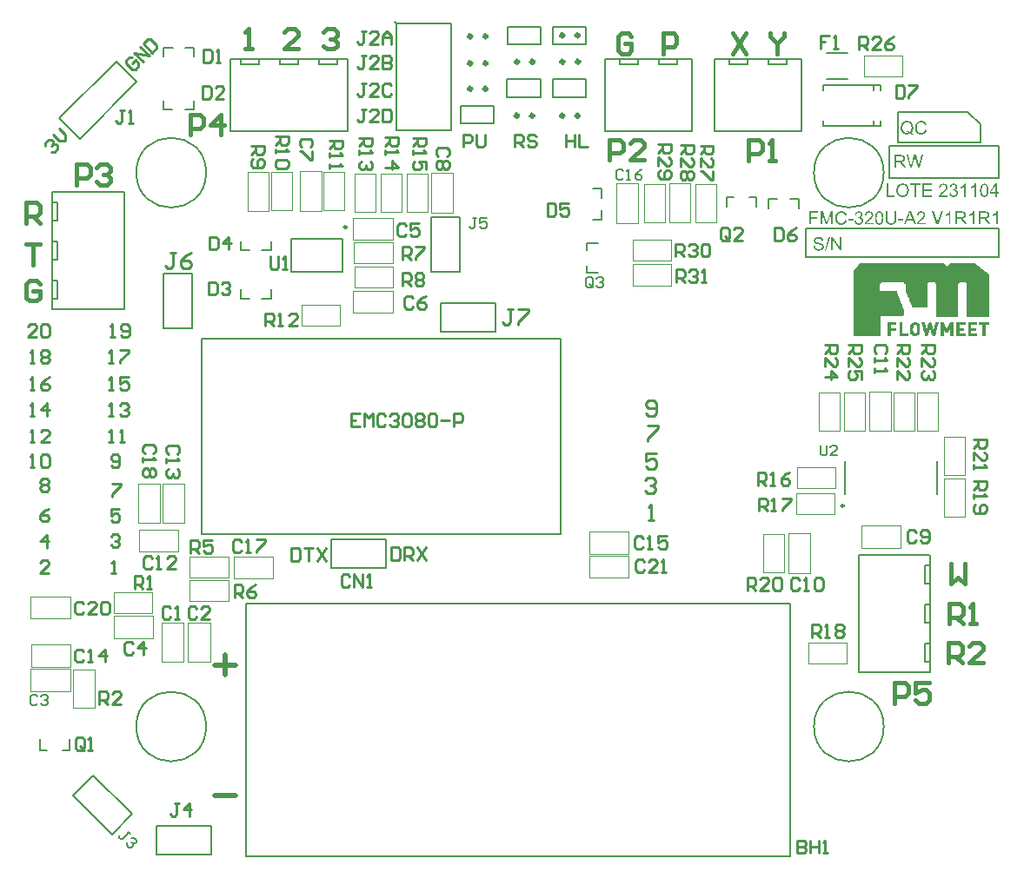
<source format=gto>
G04*
G04 #@! TF.GenerationSoftware,Altium Limited,Altium Designer,20.2.4 (192)*
G04*
G04 Layer_Color=65535*
%FSLAX44Y44*%
%MOMM*%
G71*
G04*
G04 #@! TF.SameCoordinates,03AB348B-DD29-4870-A44B-8DF697E34D15*
G04*
G04*
G04 #@! TF.FilePolarity,Positive*
G04*
G01*
G75*
%ADD10C,0.2000*%
%ADD11C,0.2500*%
%ADD12C,0.4000*%
%ADD13C,0.1500*%
%ADD14C,0.0500*%
%ADD15C,0.1524*%
%ADD16C,0.1270*%
%ADD17C,0.5000*%
%ADD18C,0.2540*%
G36*
X932553Y601764D02*
X932885D01*
Y601432D01*
X933217D01*
Y601099D01*
X933550D01*
Y600767D01*
X934214D01*
Y600435D01*
X934546D01*
Y600103D01*
X934878D01*
Y599771D01*
X935210D01*
Y599439D01*
X935874D01*
Y599106D01*
X936207D01*
Y598774D01*
X936539D01*
Y598442D01*
X936871D01*
Y598110D01*
X937535D01*
Y597778D01*
X937867D01*
Y597446D01*
X938199D01*
Y597114D01*
X938532D01*
Y596782D01*
X939196D01*
Y596450D01*
X939528D01*
Y596117D01*
X939860D01*
Y595785D01*
X940524D01*
Y595453D01*
X940856D01*
Y595121D01*
X941189D01*
Y594789D01*
X941521D01*
Y594457D01*
X942185D01*
Y594125D01*
X942517D01*
Y593792D01*
X942849D01*
Y593460D01*
X943181D01*
Y593128D01*
X943846D01*
Y592796D01*
X944178D01*
Y592464D01*
X944510D01*
Y592132D01*
X944842D01*
Y591800D01*
X945506D01*
Y591468D01*
X945838D01*
Y591135D01*
X946171D01*
Y590803D01*
X946503D01*
Y549619D01*
X924914D01*
Y581504D01*
X924582D01*
Y582168D01*
X924250D01*
Y582500D01*
X923918D01*
Y582832D01*
X923586D01*
Y583164D01*
X917939D01*
Y582832D01*
X917607D01*
Y582500D01*
X917275D01*
Y582168D01*
X916943D01*
Y581836D01*
X916611D01*
Y549287D01*
X916279D01*
Y549619D01*
X895022D01*
Y581504D01*
X894690D01*
Y581836D01*
X894358D01*
Y582500D01*
X894026D01*
Y582832D01*
X893362D01*
Y583164D01*
X887716D01*
Y582832D01*
X887383D01*
Y582500D01*
X887051D01*
Y582168D01*
X886719D01*
Y581836D01*
X886387D01*
Y558919D01*
X871773D01*
Y559583D01*
X871441D01*
Y560247D01*
X871109D01*
Y561244D01*
X870777D01*
Y561908D01*
X870445D01*
Y562572D01*
X870113D01*
Y563568D01*
X869781D01*
Y564233D01*
X869448D01*
Y564897D01*
X869116D01*
Y565893D01*
X868784D01*
Y566558D01*
X868452D01*
Y567554D01*
X868120D01*
Y568218D01*
X867788D01*
Y568883D01*
X867456D01*
Y569879D01*
X867123D01*
Y570543D01*
X866791D01*
Y571208D01*
X866459D01*
Y572204D01*
X866127D01*
Y572868D01*
X865795D01*
Y573532D01*
X865463D01*
Y574529D01*
X865131D01*
Y581171D01*
X864799D01*
Y581504D01*
X864466D01*
Y581836D01*
X864134D01*
Y582168D01*
X863802D01*
Y582500D01*
X863470D01*
Y582832D01*
X863138D01*
Y583164D01*
X841881D01*
Y582832D01*
X841549D01*
Y582500D01*
X841217D01*
Y581836D01*
X840885D01*
Y581504D01*
X840553D01*
Y581171D01*
X840221D01*
Y574861D01*
X856495D01*
Y574529D01*
X856827D01*
Y573532D01*
X857160D01*
Y572536D01*
X857492D01*
Y571872D01*
X857824D01*
Y570875D01*
X858156D01*
Y569879D01*
X858488D01*
Y569215D01*
X858820D01*
Y568218D01*
X859152D01*
Y567554D01*
X859484D01*
Y566558D01*
X859817D01*
Y565561D01*
X860149D01*
Y564897D01*
X860481D01*
Y563901D01*
X860813D01*
Y563236D01*
X861145D01*
Y562240D01*
X861477D01*
Y561576D01*
X861809D01*
Y560579D01*
X862141D01*
Y559583D01*
X862474D01*
Y558919D01*
X862806D01*
Y557922D01*
X863138D01*
Y557258D01*
X863470D01*
Y550615D01*
X863138D01*
Y550283D01*
X840553D01*
Y530687D01*
X814647D01*
Y594789D01*
X814979D01*
Y595121D01*
X815311D01*
Y595453D01*
X815643D01*
Y595785D01*
X815975D01*
Y596117D01*
X816307D01*
Y596450D01*
X816639D01*
Y597114D01*
X816972D01*
Y597446D01*
X817304D01*
Y597778D01*
X817636D01*
Y598110D01*
X817968D01*
Y598442D01*
X818300D01*
Y598774D01*
X818632D01*
Y599439D01*
X818964D01*
Y599771D01*
X819296D01*
Y600103D01*
X819629D01*
Y600435D01*
X819961D01*
Y600767D01*
X820293D01*
Y601099D01*
X820625D01*
Y601764D01*
X820957D01*
Y602096D01*
X902329D01*
Y601764D01*
X902662D01*
Y601432D01*
X902993D01*
Y601099D01*
X903326D01*
Y600767D01*
X903658D01*
Y600435D01*
X903990D01*
Y600103D01*
X904322D01*
Y599771D01*
X904654D01*
Y599439D01*
X904986D01*
Y599106D01*
X905319D01*
Y598774D01*
X905983D01*
Y599106D01*
X906315D01*
Y599439D01*
X906647D01*
Y599771D01*
X906979D01*
Y600103D01*
X907311D01*
Y600435D01*
X907643D01*
Y600767D01*
X907976D01*
Y601099D01*
X908308D01*
Y601432D01*
X908640D01*
Y601764D01*
X908972D01*
Y602096D01*
X932553D01*
Y601764D01*
D02*
G37*
G36*
X911629Y530687D02*
X908640D01*
Y536998D01*
X907976D01*
Y536334D01*
X907643D01*
Y535670D01*
X907311D01*
Y535005D01*
X906979D01*
Y534673D01*
X906647D01*
Y534009D01*
X904322D01*
Y534341D01*
X903990D01*
Y535005D01*
X903658D01*
Y535337D01*
X903326D01*
Y536002D01*
X902993D01*
Y536666D01*
X902662D01*
Y536998D01*
X902329D01*
Y530687D01*
X899340D01*
Y543973D01*
X902329D01*
Y543641D01*
X902662D01*
Y542976D01*
X902993D01*
Y542312D01*
X903326D01*
Y541648D01*
X903658D01*
Y540984D01*
X903990D01*
Y540319D01*
X904322D01*
Y539655D01*
X904654D01*
Y538991D01*
X904986D01*
Y538327D01*
X905319D01*
Y537994D01*
X905651D01*
Y538659D01*
X905983D01*
Y539323D01*
X906315D01*
Y539987D01*
X906647D01*
Y540652D01*
X906979D01*
Y541316D01*
X907311D01*
Y541980D01*
X907643D01*
Y542644D01*
X907976D01*
Y543308D01*
X908308D01*
Y543973D01*
X911629D01*
Y530687D01*
D02*
G37*
G36*
X897680Y543641D02*
X897347D01*
Y542312D01*
X897015D01*
Y541316D01*
X896683D01*
Y539987D01*
X896351D01*
Y538659D01*
X896019D01*
Y537662D01*
X895687D01*
Y536334D01*
X895355D01*
Y535337D01*
X895022D01*
Y534009D01*
X894690D01*
Y532680D01*
X894358D01*
Y531684D01*
X894026D01*
Y530687D01*
X891369D01*
Y531352D01*
X891037D01*
Y532348D01*
X890705D01*
Y533344D01*
X890373D01*
Y534673D01*
X890041D01*
Y535670D01*
X889708D01*
Y536666D01*
X889376D01*
Y537330D01*
X889044D01*
Y536666D01*
X888712D01*
Y535670D01*
X888380D01*
Y534673D01*
X888048D01*
Y533677D01*
X887716D01*
Y532680D01*
X887383D01*
Y531684D01*
X887051D01*
Y530687D01*
X884394D01*
Y531352D01*
X884062D01*
Y532348D01*
X883730D01*
Y533677D01*
X883398D01*
Y535005D01*
X883066D01*
Y536002D01*
X882734D01*
Y537330D01*
X882402D01*
Y538659D01*
X882069D01*
Y539655D01*
X881737D01*
Y540984D01*
X881405D01*
Y542312D01*
X881073D01*
Y543308D01*
X880741D01*
Y543973D01*
X884062D01*
Y542976D01*
X884394D01*
Y541648D01*
X884726D01*
Y540319D01*
X885059D01*
Y538659D01*
X885391D01*
Y537662D01*
X885723D01*
Y536998D01*
X886055D01*
Y537994D01*
X886387D01*
Y538991D01*
X886719D01*
Y539987D01*
X887051D01*
Y541316D01*
X887383D01*
Y542312D01*
X887716D01*
Y543308D01*
X888048D01*
Y543973D01*
X890373D01*
Y542976D01*
X890705D01*
Y541980D01*
X891037D01*
Y540984D01*
X891369D01*
Y539655D01*
X891701D01*
Y538659D01*
X892033D01*
Y537662D01*
X892365D01*
Y536998D01*
X892698D01*
Y537994D01*
X893030D01*
Y539323D01*
X893362D01*
Y540652D01*
X893694D01*
Y541980D01*
X894026D01*
Y543308D01*
X894358D01*
Y543973D01*
X897680D01*
Y543641D01*
D02*
G37*
G36*
X946503Y541316D02*
X943181D01*
Y530687D01*
X940192D01*
Y541316D01*
X936871D01*
Y543973D01*
X946503D01*
Y541316D01*
D02*
G37*
G36*
X934878D02*
X929232D01*
Y538659D01*
X934214D01*
Y536002D01*
X929232D01*
Y533344D01*
X934878D01*
Y530687D01*
X926243D01*
Y543973D01*
X934878D01*
Y541316D01*
D02*
G37*
G36*
X923586D02*
X917607D01*
Y538659D01*
X922589D01*
Y536002D01*
X917607D01*
Y533344D01*
X923586D01*
Y530687D01*
X914618D01*
Y543973D01*
X923586D01*
Y541316D01*
D02*
G37*
G36*
X876091Y543641D02*
X877087D01*
Y543308D01*
X877420D01*
Y542976D01*
X878084D01*
Y542644D01*
X878416D01*
Y542312D01*
X878748D01*
Y541648D01*
X879080D01*
Y540652D01*
X879412D01*
Y534009D01*
X879080D01*
Y533012D01*
X878748D01*
Y532680D01*
X878416D01*
Y532016D01*
X877752D01*
Y531684D01*
X877420D01*
Y531352D01*
X876755D01*
Y531020D01*
X876091D01*
Y530687D01*
X872770D01*
Y531020D01*
X872105D01*
Y531352D01*
X871441D01*
Y531684D01*
X871109D01*
Y532016D01*
X870777D01*
Y532348D01*
X870445D01*
Y532680D01*
X870113D01*
Y533344D01*
X869781D01*
Y535005D01*
X869448D01*
Y539987D01*
X869781D01*
Y541316D01*
X870113D01*
Y541980D01*
X870445D01*
Y542312D01*
X870777D01*
Y542644D01*
X871109D01*
Y542976D01*
X871441D01*
Y543308D01*
X872105D01*
Y543641D01*
X872770D01*
Y543973D01*
X876091D01*
Y543641D01*
D02*
G37*
G36*
X862141Y533344D02*
X867788D01*
Y530687D01*
X859152D01*
Y543973D01*
X862141D01*
Y533344D01*
D02*
G37*
G36*
X856495Y541316D02*
X850849D01*
Y538659D01*
X855831D01*
Y536002D01*
X850849D01*
Y530687D01*
X847860D01*
Y543973D01*
X856495D01*
Y541316D01*
D02*
G37*
G36*
X780851Y627239D02*
X780981D01*
X781333Y627202D01*
X781722Y627147D01*
X782129Y627054D01*
X782573Y626943D01*
X782981Y626795D01*
X782999D01*
X783036Y626777D01*
X783092Y626739D01*
X783166Y626702D01*
X783351Y626610D01*
X783592Y626443D01*
X783869Y626258D01*
X784147Y626017D01*
X784407Y625740D01*
X784647Y625425D01*
Y625406D01*
X784666Y625388D01*
X784703Y625332D01*
X784740Y625277D01*
X784832Y625092D01*
X784943Y624851D01*
X785073Y624554D01*
X785166Y624203D01*
X785258Y623832D01*
X785295Y623425D01*
X783666Y623295D01*
Y623314D01*
Y623351D01*
X783647Y623406D01*
X783629Y623499D01*
X783573Y623703D01*
X783499Y623980D01*
X783388Y624277D01*
X783221Y624573D01*
X783018Y624851D01*
X782758Y625110D01*
X782721Y625129D01*
X782629Y625203D01*
X782444Y625314D01*
X782203Y625425D01*
X781888Y625536D01*
X781518Y625647D01*
X781055Y625721D01*
X780536Y625740D01*
X780277D01*
X780166Y625721D01*
X780018Y625703D01*
X779685Y625666D01*
X779314Y625591D01*
X778944Y625499D01*
X778592Y625351D01*
X778444Y625258D01*
X778296Y625165D01*
X778259Y625147D01*
X778185Y625073D01*
X778074Y624943D01*
X777963Y624795D01*
X777833Y624591D01*
X777722Y624369D01*
X777648Y624110D01*
X777611Y623814D01*
Y623777D01*
Y623703D01*
X777629Y623573D01*
X777666Y623425D01*
X777722Y623240D01*
X777814Y623055D01*
X777926Y622869D01*
X778092Y622684D01*
X778111Y622666D01*
X778203Y622610D01*
X778278Y622555D01*
X778352Y622518D01*
X778463Y622462D01*
X778592Y622388D01*
X778759Y622332D01*
X778944Y622258D01*
X779148Y622184D01*
X779389Y622092D01*
X779648Y622018D01*
X779944Y621925D01*
X780277Y621851D01*
X780648Y621758D01*
X780666D01*
X780740Y621740D01*
X780851Y621721D01*
X780981Y621684D01*
X781148Y621647D01*
X781351Y621592D01*
X781555Y621536D01*
X781777Y621481D01*
X782259Y621351D01*
X782721Y621222D01*
X782944Y621147D01*
X783147Y621073D01*
X783333Y621018D01*
X783481Y620944D01*
X783499D01*
X783536Y620925D01*
X783592Y620888D01*
X783666Y620851D01*
X783869Y620740D01*
X784110Y620592D01*
X784388Y620388D01*
X784666Y620166D01*
X784925Y619907D01*
X785147Y619629D01*
X785166Y619592D01*
X785240Y619499D01*
X785314Y619333D01*
X785425Y619111D01*
X785518Y618851D01*
X785610Y618537D01*
X785666Y618185D01*
X785684Y617814D01*
Y617796D01*
Y617777D01*
Y617722D01*
Y617648D01*
X785647Y617444D01*
X785610Y617185D01*
X785536Y616889D01*
X785443Y616574D01*
X785295Y616241D01*
X785092Y615889D01*
Y615870D01*
X785073Y615852D01*
X784980Y615741D01*
X784851Y615574D01*
X784666Y615389D01*
X784425Y615167D01*
X784129Y614926D01*
X783795Y614704D01*
X783407Y614500D01*
X783388D01*
X783351Y614481D01*
X783296Y614463D01*
X783221Y614426D01*
X783110Y614389D01*
X782981Y614333D01*
X782684Y614259D01*
X782333Y614167D01*
X781907Y614074D01*
X781444Y614019D01*
X780944Y614000D01*
X780648D01*
X780499Y614019D01*
X780333D01*
X780148Y614037D01*
X779925Y614056D01*
X779463Y614130D01*
X778981Y614204D01*
X778500Y614333D01*
X778037Y614500D01*
X778018D01*
X777981Y614519D01*
X777926Y614556D01*
X777852Y614593D01*
X777629Y614704D01*
X777370Y614870D01*
X777074Y615093D01*
X776759Y615352D01*
X776463Y615667D01*
X776185Y616018D01*
Y616037D01*
X776148Y616074D01*
X776130Y616129D01*
X776074Y616203D01*
X776037Y616296D01*
X775981Y616407D01*
X775852Y616685D01*
X775722Y617037D01*
X775611Y617426D01*
X775537Y617870D01*
X775500Y618333D01*
X777092Y618481D01*
Y618462D01*
Y618444D01*
X777111Y618388D01*
Y618314D01*
X777148Y618148D01*
X777204Y617907D01*
X777278Y617666D01*
X777352Y617389D01*
X777481Y617129D01*
X777611Y616889D01*
X777629Y616870D01*
X777685Y616796D01*
X777777Y616666D01*
X777926Y616537D01*
X778111Y616370D01*
X778315Y616203D01*
X778592Y616037D01*
X778888Y615889D01*
X778907D01*
X778925Y615870D01*
X778981Y615852D01*
X779037Y615833D01*
X779222Y615778D01*
X779463Y615704D01*
X779759Y615630D01*
X780092Y615574D01*
X780462Y615537D01*
X780870Y615518D01*
X781036D01*
X781222Y615537D01*
X781444Y615555D01*
X781703Y615592D01*
X781999Y615630D01*
X782296Y615704D01*
X782573Y615796D01*
X782610Y615815D01*
X782703Y615852D01*
X782832Y615926D01*
X782999Y616000D01*
X783166Y616129D01*
X783351Y616259D01*
X783536Y616407D01*
X783684Y616592D01*
X783703Y616611D01*
X783740Y616685D01*
X783795Y616777D01*
X783869Y616926D01*
X783943Y617074D01*
X783999Y617259D01*
X784036Y617463D01*
X784055Y617685D01*
Y617703D01*
Y617796D01*
X784036Y617907D01*
X784018Y618055D01*
X783962Y618203D01*
X783906Y618388D01*
X783814Y618574D01*
X783684Y618740D01*
X783666Y618759D01*
X783610Y618814D01*
X783536Y618888D01*
X783407Y618999D01*
X783258Y619111D01*
X783055Y619240D01*
X782814Y619370D01*
X782536Y619481D01*
X782518Y619499D01*
X782425Y619518D01*
X782277Y619574D01*
X782185Y619592D01*
X782055Y619629D01*
X781925Y619685D01*
X781759Y619722D01*
X781573Y619777D01*
X781351Y619833D01*
X781129Y619888D01*
X780870Y619962D01*
X780574Y620036D01*
X780259Y620111D01*
X780240D01*
X780185Y620129D01*
X780092Y620148D01*
X779981Y620185D01*
X779833Y620222D01*
X779666Y620259D01*
X779296Y620370D01*
X778888Y620499D01*
X778463Y620629D01*
X778092Y620759D01*
X777926Y620833D01*
X777777Y620907D01*
X777759D01*
X777740Y620925D01*
X777629Y620999D01*
X777463Y621092D01*
X777278Y621240D01*
X777055Y621407D01*
X776833Y621610D01*
X776611Y621851D01*
X776426Y622110D01*
X776407Y622147D01*
X776352Y622240D01*
X776278Y622388D01*
X776204Y622573D01*
X776130Y622814D01*
X776056Y623092D01*
X776000Y623388D01*
X775981Y623703D01*
Y623721D01*
Y623740D01*
Y623795D01*
Y623869D01*
X776018Y624054D01*
X776056Y624295D01*
X776111Y624573D01*
X776204Y624888D01*
X776333Y625203D01*
X776518Y625517D01*
Y625536D01*
X776537Y625554D01*
X776629Y625666D01*
X776759Y625814D01*
X776926Y625999D01*
X777148Y626203D01*
X777426Y626425D01*
X777759Y626628D01*
X778129Y626814D01*
X778148D01*
X778185Y626832D01*
X778240Y626851D01*
X778315Y626888D01*
X778407Y626925D01*
X778537Y626962D01*
X778814Y627036D01*
X779166Y627110D01*
X779574Y627184D01*
X779999Y627239D01*
X780481Y627258D01*
X780722D01*
X780851Y627239D01*
D02*
G37*
G36*
X803071Y614222D02*
X801312D01*
X794609Y624277D01*
Y614222D01*
X792980D01*
Y627036D01*
X794720D01*
X801442Y616963D01*
Y627036D01*
X803071D01*
Y614222D01*
D02*
G37*
G36*
X787888Y614000D02*
X786628D01*
X790350Y627258D01*
X791609D01*
X787888Y614000D01*
D02*
G37*
G36*
X803145Y652489D02*
X803311Y652471D01*
X803515Y652452D01*
X803719Y652434D01*
X803960Y652378D01*
X804460Y652267D01*
X805015Y652101D01*
X805293Y651989D01*
X805552Y651860D01*
X805811Y651693D01*
X806070Y651526D01*
X806089Y651508D01*
X806126Y651489D01*
X806200Y651434D01*
X806293Y651341D01*
X806385Y651249D01*
X806515Y651119D01*
X806645Y650971D01*
X806793Y650823D01*
X806941Y650638D01*
X807089Y650415D01*
X807256Y650193D01*
X807404Y649953D01*
X807533Y649675D01*
X807681Y649397D01*
X807793Y649101D01*
X807904Y648767D01*
X806237Y648379D01*
Y648397D01*
X806219Y648434D01*
X806182Y648508D01*
X806145Y648601D01*
X806107Y648712D01*
X806052Y648860D01*
X805904Y649156D01*
X805719Y649490D01*
X805497Y649823D01*
X805219Y650138D01*
X804922Y650415D01*
X804885Y650452D01*
X804774Y650527D01*
X804589Y650619D01*
X804349Y650749D01*
X804034Y650860D01*
X803682Y650971D01*
X803256Y651045D01*
X802793Y651064D01*
X802645D01*
X802552Y651045D01*
X802423D01*
X802275Y651027D01*
X801923Y650971D01*
X801534Y650897D01*
X801127Y650767D01*
X800701Y650582D01*
X800312Y650341D01*
X800293D01*
X800275Y650304D01*
X800145Y650212D01*
X799978Y650064D01*
X799775Y649842D01*
X799534Y649564D01*
X799312Y649249D01*
X799108Y648860D01*
X798923Y648434D01*
Y648416D01*
X798905Y648379D01*
X798886Y648323D01*
X798867Y648231D01*
X798830Y648120D01*
X798793Y647990D01*
X798738Y647675D01*
X798664Y647305D01*
X798590Y646897D01*
X798553Y646453D01*
X798534Y645972D01*
Y645953D01*
Y645898D01*
Y645805D01*
Y645694D01*
X798553Y645564D01*
Y645397D01*
X798571Y645212D01*
X798590Y645009D01*
X798645Y644564D01*
X798738Y644083D01*
X798849Y643601D01*
X798997Y643120D01*
Y643102D01*
X799016Y643064D01*
X799053Y643009D01*
X799090Y642916D01*
X799201Y642694D01*
X799368Y642435D01*
X799571Y642139D01*
X799830Y641824D01*
X800127Y641546D01*
X800479Y641287D01*
X800497D01*
X800534Y641268D01*
X800590Y641231D01*
X800664Y641194D01*
X800756Y641157D01*
X800867Y641102D01*
X801127Y640991D01*
X801460Y640880D01*
X801830Y640787D01*
X802238Y640713D01*
X802663Y640694D01*
X802793D01*
X802904Y640713D01*
X803034D01*
X803163Y640731D01*
X803497Y640805D01*
X803885Y640898D01*
X804274Y641046D01*
X804682Y641250D01*
X804885Y641361D01*
X805071Y641509D01*
X805089Y641527D01*
X805108Y641546D01*
X805163Y641602D01*
X805237Y641657D01*
X805311Y641750D01*
X805404Y641861D01*
X805515Y641972D01*
X805608Y642120D01*
X805719Y642287D01*
X805848Y642472D01*
X805959Y642657D01*
X806070Y642879D01*
X806163Y643120D01*
X806256Y643379D01*
X806348Y643657D01*
X806422Y643953D01*
X808126Y643527D01*
Y643509D01*
X808107Y643435D01*
X808070Y643324D01*
X808015Y643176D01*
X807959Y643009D01*
X807885Y642805D01*
X807793Y642583D01*
X807681Y642342D01*
X807422Y641824D01*
X807089Y641305D01*
X806885Y641046D01*
X806682Y640787D01*
X806459Y640565D01*
X806200Y640342D01*
X806182Y640324D01*
X806145Y640287D01*
X806052Y640250D01*
X805959Y640176D01*
X805811Y640083D01*
X805663Y639991D01*
X805460Y639898D01*
X805256Y639805D01*
X805015Y639694D01*
X804756Y639602D01*
X804478Y639509D01*
X804182Y639417D01*
X803867Y639343D01*
X803534Y639306D01*
X803182Y639268D01*
X802812Y639250D01*
X802608D01*
X802460Y639268D01*
X802293D01*
X802089Y639287D01*
X801867Y639324D01*
X801608Y639361D01*
X801071Y639454D01*
X800516Y639602D01*
X799960Y639805D01*
X799701Y639935D01*
X799442Y640083D01*
X799423Y640102D01*
X799386Y640120D01*
X799312Y640176D01*
X799238Y640250D01*
X799127Y640324D01*
X798997Y640435D01*
X798849Y640565D01*
X798701Y640713D01*
X798553Y640880D01*
X798386Y641046D01*
X798053Y641472D01*
X797738Y641972D01*
X797460Y642527D01*
Y642546D01*
X797423Y642601D01*
X797405Y642694D01*
X797349Y642805D01*
X797312Y642953D01*
X797257Y643139D01*
X797182Y643342D01*
X797127Y643564D01*
X797071Y643805D01*
X796997Y644083D01*
X796905Y644657D01*
X796831Y645305D01*
X796794Y645972D01*
Y645990D01*
Y646064D01*
Y646175D01*
X796812Y646305D01*
Y646490D01*
X796831Y646675D01*
X796849Y646916D01*
X796886Y647157D01*
X796979Y647694D01*
X797109Y648286D01*
X797294Y648879D01*
X797553Y649453D01*
X797571Y649471D01*
X797590Y649527D01*
X797627Y649601D01*
X797701Y649693D01*
X797775Y649823D01*
X797868Y649971D01*
X798108Y650304D01*
X798423Y650675D01*
X798793Y651045D01*
X799219Y651415D01*
X799719Y651730D01*
X799738Y651749D01*
X799793Y651767D01*
X799867Y651804D01*
X799960Y651860D01*
X800108Y651915D01*
X800256Y651971D01*
X800442Y652045D01*
X800645Y652119D01*
X800867Y652193D01*
X801108Y652267D01*
X801627Y652378D01*
X802219Y652471D01*
X802830Y652508D01*
X803015D01*
X803145Y652489D01*
D02*
G37*
G36*
X819939Y652323D02*
X820180Y652286D01*
X820476Y652230D01*
X820810Y652138D01*
X821143Y652027D01*
X821476Y651878D01*
X821495D01*
X821513Y651860D01*
X821624Y651804D01*
X821791Y651693D01*
X821976Y651563D01*
X822198Y651378D01*
X822421Y651175D01*
X822643Y650934D01*
X822828Y650656D01*
X822847Y650619D01*
X822902Y650527D01*
X822976Y650360D01*
X823069Y650156D01*
X823161Y649916D01*
X823235Y649638D01*
X823291Y649323D01*
X823309Y649008D01*
Y648971D01*
Y648860D01*
X823291Y648712D01*
X823254Y648508D01*
X823198Y648268D01*
X823106Y648008D01*
X822995Y647749D01*
X822847Y647490D01*
X822828Y647453D01*
X822773Y647379D01*
X822661Y647249D01*
X822513Y647101D01*
X822328Y646934D01*
X822106Y646749D01*
X821847Y646583D01*
X821532Y646416D01*
X821550D01*
X821587Y646397D01*
X821643Y646379D01*
X821717Y646360D01*
X821921Y646286D01*
X822180Y646175D01*
X822476Y646027D01*
X822773Y645842D01*
X823050Y645601D01*
X823309Y645323D01*
X823328Y645286D01*
X823402Y645175D01*
X823513Y644990D01*
X823624Y644749D01*
X823735Y644453D01*
X823846Y644101D01*
X823921Y643694D01*
X823939Y643250D01*
Y643231D01*
Y643176D01*
Y643083D01*
X823921Y642972D01*
X823902Y642824D01*
X823865Y642657D01*
X823828Y642472D01*
X823791Y642268D01*
X823643Y641824D01*
X823532Y641583D01*
X823421Y641361D01*
X823272Y641120D01*
X823106Y640880D01*
X822921Y640639D01*
X822698Y640416D01*
X822680Y640398D01*
X822643Y640361D01*
X822569Y640305D01*
X822476Y640231D01*
X822365Y640139D01*
X822217Y640046D01*
X822050Y639935D01*
X821847Y639842D01*
X821643Y639731D01*
X821402Y639620D01*
X821161Y639528D01*
X820884Y639435D01*
X820587Y639361D01*
X820273Y639306D01*
X819958Y639268D01*
X819606Y639250D01*
X819439D01*
X819328Y639268D01*
X819180Y639287D01*
X819014Y639306D01*
X818828Y639343D01*
X818625Y639380D01*
X818180Y639491D01*
X817717Y639676D01*
X817477Y639787D01*
X817254Y639917D01*
X817032Y640083D01*
X816810Y640250D01*
X816792Y640268D01*
X816755Y640305D01*
X816699Y640361D01*
X816644Y640435D01*
X816551Y640528D01*
X816458Y640657D01*
X816347Y640787D01*
X816236Y640954D01*
X816125Y641139D01*
X816014Y641324D01*
X815810Y641768D01*
X815644Y642287D01*
X815588Y642564D01*
X815551Y642861D01*
X817125Y643064D01*
Y643046D01*
X817143Y643009D01*
X817162Y642935D01*
X817180Y642842D01*
X817199Y642731D01*
X817236Y642601D01*
X817329Y642324D01*
X817458Y641991D01*
X817625Y641676D01*
X817810Y641379D01*
X818032Y641120D01*
X818069Y641102D01*
X818143Y641028D01*
X818291Y640935D01*
X818477Y640842D01*
X818699Y640731D01*
X818977Y640639D01*
X819291Y640565D01*
X819625Y640546D01*
X819736D01*
X819810Y640565D01*
X820014Y640583D01*
X820273Y640639D01*
X820569Y640731D01*
X820884Y640861D01*
X821199Y641046D01*
X821495Y641305D01*
X821532Y641342D01*
X821624Y641453D01*
X821736Y641620D01*
X821884Y641842D01*
X822032Y642120D01*
X822143Y642435D01*
X822235Y642805D01*
X822272Y643213D01*
Y643231D01*
Y643268D01*
Y643324D01*
X822254Y643398D01*
X822235Y643601D01*
X822180Y643842D01*
X822106Y644138D01*
X821976Y644435D01*
X821791Y644731D01*
X821550Y645009D01*
X821513Y645046D01*
X821421Y645120D01*
X821273Y645231D01*
X821069Y645360D01*
X820810Y645490D01*
X820495Y645601D01*
X820143Y645675D01*
X819754Y645712D01*
X819588D01*
X819458Y645694D01*
X819291Y645675D01*
X819106Y645638D01*
X818884Y645601D01*
X818643Y645546D01*
X818828Y646934D01*
X818921D01*
X818995Y646916D01*
X819236D01*
X819439Y646953D01*
X819680Y646990D01*
X819958Y647046D01*
X820273Y647138D01*
X820569Y647268D01*
X820884Y647434D01*
X820902D01*
X820921Y647453D01*
X821013Y647527D01*
X821143Y647656D01*
X821291Y647823D01*
X821439Y648064D01*
X821569Y648342D01*
X821662Y648656D01*
X821699Y648842D01*
Y649045D01*
Y649064D01*
Y649082D01*
Y649193D01*
X821662Y649342D01*
X821624Y649545D01*
X821550Y649767D01*
X821458Y650008D01*
X821310Y650249D01*
X821106Y650471D01*
X821087Y650490D01*
X820995Y650564D01*
X820865Y650656D01*
X820699Y650767D01*
X820476Y650860D01*
X820217Y650953D01*
X819921Y651027D01*
X819588Y651045D01*
X819439D01*
X819273Y651008D01*
X819051Y650971D01*
X818810Y650897D01*
X818569Y650804D01*
X818310Y650656D01*
X818069Y650471D01*
X818051Y650452D01*
X817977Y650360D01*
X817866Y650230D01*
X817736Y650045D01*
X817606Y649805D01*
X817477Y649508D01*
X817366Y649156D01*
X817292Y648749D01*
X815718Y649027D01*
Y649045D01*
X815736Y649101D01*
X815755Y649175D01*
X815773Y649286D01*
X815810Y649416D01*
X815866Y649564D01*
X815977Y649916D01*
X816162Y650323D01*
X816384Y650730D01*
X816662Y651119D01*
X817014Y651471D01*
X817032Y651489D01*
X817069Y651508D01*
X817125Y651545D01*
X817199Y651601D01*
X817292Y651675D01*
X817421Y651749D01*
X817551Y651823D01*
X817717Y651915D01*
X818088Y652064D01*
X818514Y652212D01*
X819014Y652304D01*
X819273Y652341D01*
X819736D01*
X819939Y652323D01*
D02*
G37*
G36*
X863028Y643324D02*
X858158D01*
Y644898D01*
X863028D01*
Y643324D01*
D02*
G37*
G36*
X814255Y643324D02*
X809385D01*
Y644898D01*
X814255D01*
Y643324D01*
D02*
G37*
G36*
X794535Y639472D02*
X792905D01*
Y650193D01*
X789165Y639472D01*
X787646D01*
X783943Y650378D01*
Y639472D01*
X782314D01*
Y652286D01*
X784850D01*
X787887Y643194D01*
Y643176D01*
X787906Y643139D01*
X787924Y643083D01*
X787961Y642990D01*
X788035Y642768D01*
X788128Y642490D01*
X788221Y642176D01*
X788332Y641861D01*
X788424Y641565D01*
X788498Y641305D01*
X788517Y641342D01*
X788535Y641435D01*
X788591Y641602D01*
X788665Y641824D01*
X788757Y642120D01*
X788887Y642472D01*
X789017Y642879D01*
X789183Y643361D01*
X792257Y652286D01*
X794535D01*
Y639472D01*
D02*
G37*
G36*
X897246Y639472D02*
X895469D01*
X890506Y652286D01*
X892358D01*
X895691Y642972D01*
Y642953D01*
X895709Y642916D01*
X895728Y642861D01*
X895765Y642787D01*
X895783Y642676D01*
X895820Y642564D01*
X895913Y642287D01*
X896024Y641972D01*
X896135Y641620D01*
X896357Y640880D01*
Y640898D01*
X896376Y640935D01*
X896395Y640991D01*
X896413Y641065D01*
X896469Y641268D01*
X896561Y641546D01*
X896654Y641861D01*
X896765Y642213D01*
X896894Y642583D01*
X897043Y642972D01*
X900524Y652286D01*
X902246D01*
X897246Y639472D01*
D02*
G37*
G36*
X856158Y644879D02*
Y644861D01*
Y644787D01*
Y644694D01*
Y644564D01*
X856139Y644398D01*
Y644212D01*
X856121Y643990D01*
X856102Y643768D01*
X856047Y643268D01*
X855973Y642750D01*
X855862Y642250D01*
X855788Y642009D01*
X855714Y641787D01*
Y641768D01*
X855695Y641731D01*
X855658Y641676D01*
X855621Y641602D01*
X855510Y641398D01*
X855343Y641139D01*
X855121Y640843D01*
X854862Y640546D01*
X854528Y640231D01*
X854121Y639954D01*
X854103D01*
X854065Y639917D01*
X854010Y639898D01*
X853917Y639843D01*
X853806Y639787D01*
X853658Y639731D01*
X853510Y639676D01*
X853325Y639602D01*
X853121Y639528D01*
X852899Y639472D01*
X852658Y639417D01*
X852381Y639361D01*
X852103Y639324D01*
X851806Y639287D01*
X851140Y639250D01*
X850973D01*
X850844Y639268D01*
X850695D01*
X850510Y639287D01*
X850307Y639306D01*
X850103Y639324D01*
X849640Y639398D01*
X849140Y639509D01*
X848659Y639657D01*
X848196Y639861D01*
X848177D01*
X848140Y639898D01*
X848085Y639935D01*
X848011Y639972D01*
X847807Y640120D01*
X847566Y640324D01*
X847289Y640583D01*
X847029Y640880D01*
X846770Y641250D01*
X846566Y641657D01*
Y641676D01*
X846548Y641713D01*
X846529Y641787D01*
X846492Y641879D01*
X846455Y641991D01*
X846418Y642139D01*
X846363Y642305D01*
X846326Y642509D01*
X846289Y642731D01*
X846233Y642972D01*
X846196Y643231D01*
X846159Y643509D01*
X846122Y643824D01*
X846103Y644157D01*
X846085Y644509D01*
Y644879D01*
Y652286D01*
X847788D01*
Y644879D01*
Y644861D01*
Y644805D01*
Y644712D01*
Y644601D01*
X847807Y644472D01*
Y644305D01*
X847825Y643953D01*
X847862Y643546D01*
X847918Y643139D01*
X847992Y642750D01*
X848029Y642583D01*
X848085Y642416D01*
X848103Y642379D01*
X848140Y642287D01*
X848233Y642157D01*
X848344Y641972D01*
X848474Y641787D01*
X848659Y641583D01*
X848881Y641379D01*
X849140Y641213D01*
X849177Y641194D01*
X849270Y641139D01*
X849436Y641083D01*
X849659Y641009D01*
X849918Y640917D01*
X850251Y640861D01*
X850603Y640805D01*
X850992Y640787D01*
X851177D01*
X851288Y640805D01*
X851455D01*
X851621Y640824D01*
X852029Y640898D01*
X852473Y640991D01*
X852899Y641139D01*
X853306Y641342D01*
X853492Y641472D01*
X853658Y641620D01*
X853677Y641639D01*
X853695Y641657D01*
X853732Y641713D01*
X853788Y641787D01*
X853843Y641898D01*
X853917Y642009D01*
X853991Y642176D01*
X854065Y642342D01*
X854140Y642546D01*
X854195Y642787D01*
X854269Y643064D01*
X854325Y643361D01*
X854380Y643694D01*
X854417Y644046D01*
X854454Y644453D01*
Y644879D01*
Y652286D01*
X856158D01*
Y644879D01*
D02*
G37*
G36*
X954833Y639472D02*
X953259D01*
Y649490D01*
X953240Y649471D01*
X953148Y649397D01*
X953037Y649286D01*
X952852Y649156D01*
X952648Y648990D01*
X952389Y648805D01*
X952092Y648601D01*
X951759Y648397D01*
X951741D01*
X951722Y648379D01*
X951611Y648305D01*
X951426Y648212D01*
X951204Y648101D01*
X950944Y647971D01*
X950667Y647842D01*
X950389Y647712D01*
X950111Y647601D01*
Y649119D01*
X950130D01*
X950167Y649156D01*
X950241Y649175D01*
X950333Y649230D01*
X950444Y649286D01*
X950574Y649360D01*
X950889Y649545D01*
X951259Y649749D01*
X951629Y650008D01*
X952018Y650304D01*
X952407Y650619D01*
X952426Y650638D01*
X952444Y650656D01*
X952500Y650712D01*
X952574Y650767D01*
X952740Y650953D01*
X952963Y651175D01*
X953185Y651434D01*
X953426Y651730D01*
X953629Y652027D01*
X953814Y652341D01*
X954833D01*
Y639472D01*
D02*
G37*
G36*
X942741Y652267D02*
X942908D01*
X943297Y652249D01*
X943704Y652193D01*
X944149Y652138D01*
X944556Y652045D01*
X944760Y651990D01*
X944927Y651934D01*
X944945D01*
X944964Y651915D01*
X945075Y651860D01*
X945241Y651786D01*
X945445Y651656D01*
X945667Y651489D01*
X945908Y651267D01*
X946130Y651008D01*
X946352Y650712D01*
Y650693D01*
X946371Y650675D01*
X946445Y650564D01*
X946519Y650378D01*
X946630Y650138D01*
X946723Y649860D01*
X946815Y649527D01*
X946871Y649175D01*
X946889Y648786D01*
Y648768D01*
Y648730D01*
Y648656D01*
X946871Y648564D01*
Y648434D01*
X946852Y648305D01*
X946778Y647990D01*
X946667Y647619D01*
X946519Y647231D01*
X946297Y646842D01*
X946149Y646657D01*
X946000Y646471D01*
X945982Y646453D01*
X945963Y646434D01*
X945908Y646379D01*
X945834Y646323D01*
X945741Y646249D01*
X945630Y646175D01*
X945482Y646083D01*
X945334Y645972D01*
X945149Y645879D01*
X944945Y645786D01*
X944723Y645675D01*
X944482Y645583D01*
X944204Y645509D01*
X943927Y645416D01*
X943612Y645360D01*
X943279Y645305D01*
X943316Y645286D01*
X943390Y645249D01*
X943501Y645175D01*
X943649Y645101D01*
X943982Y644898D01*
X944149Y644768D01*
X944297Y644657D01*
X944334Y644620D01*
X944426Y644527D01*
X944575Y644379D01*
X944760Y644194D01*
X944964Y643935D01*
X945204Y643657D01*
X945445Y643324D01*
X945704Y642953D01*
X947908Y639472D01*
X945797D01*
X944112Y642139D01*
Y642157D01*
X944075Y642194D01*
X944038Y642250D01*
X943982Y642324D01*
X943852Y642527D01*
X943686Y642787D01*
X943482Y643064D01*
X943279Y643361D01*
X943075Y643639D01*
X942890Y643898D01*
X942871Y643916D01*
X942816Y643990D01*
X942723Y644101D01*
X942593Y644231D01*
X942316Y644509D01*
X942168Y644638D01*
X942019Y644750D01*
X942001Y644768D01*
X941964Y644787D01*
X941890Y644824D01*
X941779Y644879D01*
X941668Y644935D01*
X941538Y644990D01*
X941242Y645083D01*
X941223D01*
X941186Y645101D01*
X941112D01*
X941020Y645120D01*
X940890Y645138D01*
X940742D01*
X940538Y645157D01*
X938353D01*
Y639472D01*
X936650D01*
Y652286D01*
X942593D01*
X942741Y652267D01*
D02*
G37*
G36*
X931946Y639472D02*
X930372D01*
Y649490D01*
X930354Y649471D01*
X930261Y649397D01*
X930150Y649286D01*
X929965Y649156D01*
X929761Y648990D01*
X929502Y648805D01*
X929206Y648601D01*
X928873Y648397D01*
X928854D01*
X928836Y648379D01*
X928725Y648305D01*
X928539Y648212D01*
X928317Y648101D01*
X928058Y647971D01*
X927780Y647842D01*
X927502Y647712D01*
X927225Y647601D01*
Y649119D01*
X927243D01*
X927280Y649156D01*
X927354Y649175D01*
X927447Y649230D01*
X927558Y649286D01*
X927688Y649360D01*
X928002Y649545D01*
X928373Y649749D01*
X928743Y650008D01*
X929132Y650304D01*
X929521Y650619D01*
X929539Y650638D01*
X929558Y650656D01*
X929613Y650712D01*
X929687Y650767D01*
X929854Y650953D01*
X930076Y651175D01*
X930298Y651434D01*
X930539Y651730D01*
X930743Y652027D01*
X930928Y652341D01*
X931946D01*
Y639472D01*
D02*
G37*
G36*
X919855Y652267D02*
X920022D01*
X920411Y652249D01*
X920818Y652193D01*
X921262Y652138D01*
X921670Y652045D01*
X921873Y651990D01*
X922040Y651934D01*
X922058D01*
X922077Y651915D01*
X922188Y651860D01*
X922355Y651786D01*
X922558Y651656D01*
X922781Y651489D01*
X923021Y651267D01*
X923243Y651008D01*
X923466Y650712D01*
Y650693D01*
X923484Y650675D01*
X923558Y650564D01*
X923632Y650378D01*
X923744Y650138D01*
X923836Y649860D01*
X923929Y649527D01*
X923984Y649175D01*
X924003Y648786D01*
Y648768D01*
Y648730D01*
Y648656D01*
X923984Y648564D01*
Y648434D01*
X923966Y648305D01*
X923892Y647990D01*
X923781Y647619D01*
X923632Y647231D01*
X923410Y646842D01*
X923262Y646657D01*
X923114Y646471D01*
X923095Y646453D01*
X923077Y646434D01*
X923021Y646379D01*
X922947Y646323D01*
X922855Y646249D01*
X922744Y646175D01*
X922596Y646083D01*
X922447Y645972D01*
X922262Y645879D01*
X922058Y645786D01*
X921836Y645675D01*
X921596Y645583D01*
X921318Y645509D01*
X921040Y645416D01*
X920725Y645360D01*
X920392Y645305D01*
X920429Y645286D01*
X920503Y645249D01*
X920614Y645175D01*
X920762Y645101D01*
X921096Y644898D01*
X921262Y644768D01*
X921410Y644657D01*
X921447Y644620D01*
X921540Y644527D01*
X921688Y644379D01*
X921873Y644194D01*
X922077Y643935D01*
X922318Y643657D01*
X922558Y643324D01*
X922818Y642953D01*
X925021Y639472D01*
X922910D01*
X921225Y642139D01*
Y642157D01*
X921188Y642194D01*
X921151Y642250D01*
X921096Y642324D01*
X920966Y642527D01*
X920799Y642787D01*
X920596Y643064D01*
X920392Y643361D01*
X920188Y643639D01*
X920003Y643898D01*
X919985Y643916D01*
X919929Y643990D01*
X919837Y644101D01*
X919707Y644231D01*
X919429Y644509D01*
X919281Y644638D01*
X919133Y644750D01*
X919114Y644768D01*
X919077Y644787D01*
X919003Y644824D01*
X918892Y644879D01*
X918781Y644935D01*
X918651Y644990D01*
X918355Y645083D01*
X918337D01*
X918300Y645101D01*
X918225D01*
X918133Y645120D01*
X918003Y645138D01*
X917855D01*
X917652Y645157D01*
X915467D01*
Y639472D01*
X913763D01*
Y652286D01*
X919707D01*
X919855Y652267D01*
D02*
G37*
G36*
X909060Y639472D02*
X907486D01*
Y649490D01*
X907467Y649471D01*
X907375Y649397D01*
X907264Y649286D01*
X907079Y649156D01*
X906875Y648990D01*
X906616Y648805D01*
X906319Y648601D01*
X905986Y648397D01*
X905968D01*
X905949Y648379D01*
X905838Y648305D01*
X905653Y648212D01*
X905431Y648101D01*
X905171Y647971D01*
X904894Y647842D01*
X904616Y647712D01*
X904338Y647601D01*
Y649119D01*
X904357D01*
X904394Y649156D01*
X904468Y649175D01*
X904560Y649230D01*
X904671Y649286D01*
X904801Y649360D01*
X905116Y649545D01*
X905486Y649749D01*
X905856Y650008D01*
X906245Y650304D01*
X906634Y650619D01*
X906653Y650638D01*
X906671Y650656D01*
X906727Y650712D01*
X906801Y650767D01*
X906967Y650953D01*
X907190Y651175D01*
X907412Y651434D01*
X907653Y651730D01*
X907856Y652027D01*
X908041Y652341D01*
X909060D01*
Y639472D01*
D02*
G37*
G36*
X880804Y652323D02*
X880952Y652304D01*
X881137Y652286D01*
X881340Y652249D01*
X881544Y652212D01*
X882026Y652082D01*
X882507Y651897D01*
X882748Y651786D01*
X882989Y651656D01*
X883211Y651489D01*
X883414Y651304D01*
X883433Y651286D01*
X883470Y651267D01*
X883507Y651193D01*
X883581Y651119D01*
X883674Y651027D01*
X883766Y650897D01*
X883859Y650767D01*
X883970Y650601D01*
X884155Y650249D01*
X884340Y649805D01*
X884414Y649582D01*
X884451Y649323D01*
X884488Y649064D01*
X884507Y648786D01*
Y648749D01*
Y648656D01*
X884488Y648508D01*
X884470Y648305D01*
X884433Y648082D01*
X884359Y647823D01*
X884285Y647545D01*
X884174Y647268D01*
X884155Y647231D01*
X884118Y647138D01*
X884044Y646990D01*
X883933Y646786D01*
X883785Y646564D01*
X883599Y646286D01*
X883377Y646009D01*
X883118Y645694D01*
X883081Y645657D01*
X882989Y645546D01*
X882896Y645453D01*
X882803Y645360D01*
X882692Y645249D01*
X882544Y645101D01*
X882396Y644953D01*
X882211Y644787D01*
X882026Y644601D01*
X881803Y644398D01*
X881563Y644194D01*
X881303Y643953D01*
X881007Y643712D01*
X880711Y643453D01*
X880692Y643435D01*
X880655Y643398D01*
X880581Y643342D01*
X880489Y643268D01*
X880378Y643157D01*
X880248Y643046D01*
X879952Y642805D01*
X879637Y642527D01*
X879341Y642250D01*
X879081Y642009D01*
X878970Y641916D01*
X878878Y641824D01*
X878859Y641805D01*
X878804Y641750D01*
X878730Y641676D01*
X878637Y641565D01*
X878544Y641435D01*
X878433Y641305D01*
X878211Y640991D01*
X884525D01*
Y639472D01*
X876026D01*
Y639491D01*
Y639565D01*
Y639676D01*
X876045Y639824D01*
X876063Y639991D01*
X876100Y640176D01*
X876137Y640361D01*
X876211Y640565D01*
Y640583D01*
X876230Y640602D01*
X876267Y640713D01*
X876341Y640880D01*
X876452Y641102D01*
X876600Y641361D01*
X876785Y641657D01*
X876989Y641954D01*
X877248Y642268D01*
Y642287D01*
X877285Y642305D01*
X877378Y642416D01*
X877545Y642583D01*
X877785Y642824D01*
X878063Y643102D01*
X878415Y643435D01*
X878841Y643805D01*
X879304Y644194D01*
X879322Y644212D01*
X879396Y644268D01*
X879507Y644361D01*
X879637Y644472D01*
X879804Y644620D01*
X880007Y644787D01*
X880211Y644972D01*
X880452Y645175D01*
X880915Y645620D01*
X881377Y646064D01*
X881600Y646286D01*
X881803Y646508D01*
X881989Y646712D01*
X882137Y646916D01*
Y646934D01*
X882174Y646953D01*
X882211Y647009D01*
X882248Y647083D01*
X882377Y647286D01*
X882525Y647527D01*
X882655Y647823D01*
X882785Y648138D01*
X882859Y648490D01*
X882896Y648823D01*
Y648842D01*
Y648860D01*
X882877Y648971D01*
X882859Y649156D01*
X882803Y649360D01*
X882729Y649619D01*
X882600Y649879D01*
X882433Y650138D01*
X882211Y650397D01*
X882174Y650434D01*
X882081Y650508D01*
X881952Y650601D01*
X881748Y650730D01*
X881489Y650841D01*
X881192Y650953D01*
X880841Y651027D01*
X880452Y651045D01*
X880341D01*
X880266Y651027D01*
X880044Y651008D01*
X879785Y650953D01*
X879507Y650879D01*
X879193Y650749D01*
X878896Y650582D01*
X878618Y650360D01*
X878581Y650323D01*
X878507Y650230D01*
X878396Y650082D01*
X878285Y649860D01*
X878156Y649601D01*
X878045Y649268D01*
X877971Y648897D01*
X877933Y648471D01*
X876322Y648638D01*
Y648656D01*
X876341Y648712D01*
Y648805D01*
X876359Y648934D01*
X876396Y649082D01*
X876434Y649249D01*
X876489Y649453D01*
X876545Y649656D01*
X876693Y650101D01*
X876915Y650545D01*
X877045Y650767D01*
X877211Y650990D01*
X877378Y651193D01*
X877563Y651378D01*
X877582Y651397D01*
X877619Y651415D01*
X877674Y651471D01*
X877767Y651526D01*
X877878Y651601D01*
X878008Y651675D01*
X878156Y651767D01*
X878341Y651860D01*
X878544Y651952D01*
X878767Y652045D01*
X879007Y652119D01*
X879267Y652193D01*
X879544Y652249D01*
X879841Y652304D01*
X880155Y652323D01*
X880489Y652341D01*
X880674D01*
X880804Y652323D01*
D02*
G37*
G36*
X875526Y639472D02*
X873600D01*
X872101Y643361D01*
X866731D01*
X865342Y639472D01*
X863546D01*
X868434Y652286D01*
X870286D01*
X875526Y639472D01*
D02*
G37*
G36*
X830050Y652323D02*
X830198Y652304D01*
X830383Y652286D01*
X830586Y652249D01*
X830790Y652212D01*
X831272Y652082D01*
X831753Y651897D01*
X831994Y651786D01*
X832234Y651656D01*
X832457Y651489D01*
X832660Y651304D01*
X832679Y651286D01*
X832716Y651267D01*
X832753Y651193D01*
X832827Y651119D01*
X832920Y651027D01*
X833012Y650897D01*
X833105Y650767D01*
X833216Y650601D01*
X833401Y650249D01*
X833586Y649805D01*
X833660Y649582D01*
X833697Y649323D01*
X833734Y649064D01*
X833753Y648786D01*
Y648749D01*
Y648656D01*
X833734Y648508D01*
X833716Y648305D01*
X833679Y648082D01*
X833605Y647823D01*
X833531Y647545D01*
X833419Y647268D01*
X833401Y647231D01*
X833364Y647138D01*
X833290Y646990D01*
X833179Y646786D01*
X833031Y646564D01*
X832846Y646286D01*
X832623Y646009D01*
X832364Y645694D01*
X832327Y645657D01*
X832234Y645546D01*
X832142Y645453D01*
X832049Y645360D01*
X831938Y645249D01*
X831790Y645101D01*
X831642Y644953D01*
X831457Y644787D01*
X831272Y644601D01*
X831049Y644398D01*
X830809Y644194D01*
X830549Y643953D01*
X830253Y643712D01*
X829957Y643453D01*
X829938Y643435D01*
X829901Y643398D01*
X829827Y643342D01*
X829735Y643268D01*
X829624Y643157D01*
X829494Y643046D01*
X829198Y642805D01*
X828883Y642527D01*
X828587Y642250D01*
X828327Y642009D01*
X828216Y641916D01*
X828124Y641824D01*
X828105Y641805D01*
X828050Y641750D01*
X827976Y641676D01*
X827883Y641565D01*
X827791Y641435D01*
X827679Y641305D01*
X827457Y640991D01*
X833771D01*
Y639472D01*
X825272D01*
Y639491D01*
Y639565D01*
Y639676D01*
X825291Y639824D01*
X825309Y639991D01*
X825346Y640176D01*
X825383Y640361D01*
X825457Y640565D01*
Y640583D01*
X825476Y640602D01*
X825513Y640713D01*
X825587Y640880D01*
X825698Y641102D01*
X825846Y641361D01*
X826031Y641657D01*
X826235Y641953D01*
X826494Y642268D01*
Y642287D01*
X826531Y642305D01*
X826624Y642416D01*
X826791Y642583D01*
X827031Y642824D01*
X827309Y643102D01*
X827661Y643435D01*
X828087Y643805D01*
X828550Y644194D01*
X828568Y644212D01*
X828642Y644268D01*
X828753Y644361D01*
X828883Y644472D01*
X829050Y644620D01*
X829253Y644787D01*
X829457Y644972D01*
X829698Y645175D01*
X830161Y645620D01*
X830623Y646064D01*
X830846Y646286D01*
X831049Y646508D01*
X831235Y646712D01*
X831383Y646916D01*
Y646934D01*
X831420Y646953D01*
X831457Y647009D01*
X831494Y647083D01*
X831623Y647286D01*
X831771Y647527D01*
X831901Y647823D01*
X832031Y648138D01*
X832105Y648490D01*
X832142Y648823D01*
Y648842D01*
Y648860D01*
X832123Y648971D01*
X832105Y649156D01*
X832049Y649360D01*
X831975Y649619D01*
X831846Y649878D01*
X831679Y650138D01*
X831457Y650397D01*
X831420Y650434D01*
X831327Y650508D01*
X831198Y650601D01*
X830994Y650730D01*
X830735Y650841D01*
X830438Y650953D01*
X830087Y651027D01*
X829698Y651045D01*
X829587D01*
X829512Y651027D01*
X829290Y651008D01*
X829031Y650953D01*
X828753Y650878D01*
X828439Y650749D01*
X828142Y650582D01*
X827865Y650360D01*
X827828Y650323D01*
X827753Y650230D01*
X827642Y650082D01*
X827531Y649860D01*
X827402Y649601D01*
X827290Y649268D01*
X827216Y648897D01*
X827179Y648471D01*
X825568Y648638D01*
Y648656D01*
X825587Y648712D01*
Y648805D01*
X825605Y648934D01*
X825642Y649082D01*
X825680Y649249D01*
X825735Y649453D01*
X825791Y649656D01*
X825939Y650101D01*
X826161Y650545D01*
X826291Y650767D01*
X826457Y650990D01*
X826624Y651193D01*
X826809Y651378D01*
X826828Y651397D01*
X826865Y651415D01*
X826920Y651471D01*
X827013Y651526D01*
X827124Y651601D01*
X827253Y651675D01*
X827402Y651767D01*
X827587Y651860D01*
X827791Y651952D01*
X828013Y652045D01*
X828253Y652119D01*
X828513Y652193D01*
X828790Y652249D01*
X829087Y652304D01*
X829401Y652323D01*
X829735Y652341D01*
X829920D01*
X830050Y652323D01*
D02*
G37*
G36*
X780166Y650767D02*
X773204D01*
Y646805D01*
X779221D01*
Y645286D01*
X773204D01*
Y639472D01*
X771500D01*
Y652286D01*
X780166D01*
Y650767D01*
D02*
G37*
G36*
X840011Y652323D02*
X840252Y652286D01*
X840530Y652230D01*
X840826Y652156D01*
X841141Y652064D01*
X841437Y651915D01*
X841456D01*
X841474Y651897D01*
X841567Y651841D01*
X841715Y651749D01*
X841900Y651619D01*
X842104Y651434D01*
X842326Y651230D01*
X842530Y650990D01*
X842733Y650712D01*
X842752Y650675D01*
X842826Y650582D01*
X842900Y650415D01*
X843030Y650175D01*
X843141Y649897D01*
X843289Y649582D01*
X843419Y649212D01*
X843530Y648805D01*
Y648786D01*
X843548Y648749D01*
X843567Y648693D01*
X843585Y648601D01*
X843604Y648490D01*
X843622Y648360D01*
X843659Y648194D01*
X843678Y648008D01*
X843715Y647805D01*
X843733Y647582D01*
X843752Y647323D01*
X843789Y647064D01*
X843807Y646768D01*
Y646471D01*
X843826Y646138D01*
Y645786D01*
Y645768D01*
Y645694D01*
Y645564D01*
Y645416D01*
X843807Y645212D01*
Y644990D01*
X843789Y644749D01*
X843770Y644490D01*
X843715Y643898D01*
X843622Y643287D01*
X843511Y642694D01*
X843437Y642416D01*
X843344Y642139D01*
Y642120D01*
X843326Y642083D01*
X843289Y642009D01*
X843252Y641916D01*
X843215Y641787D01*
X843141Y641657D01*
X842993Y641342D01*
X842807Y641009D01*
X842567Y640639D01*
X842289Y640305D01*
X841956Y639991D01*
X841937D01*
X841919Y639954D01*
X841863Y639917D01*
X841789Y639880D01*
X841696Y639824D01*
X841604Y639750D01*
X841326Y639620D01*
X840993Y639491D01*
X840604Y639361D01*
X840141Y639287D01*
X839641Y639250D01*
X839456D01*
X839326Y639268D01*
X839178Y639287D01*
X838993Y639324D01*
X838789Y639361D01*
X838567Y639417D01*
X838345Y639491D01*
X838104Y639565D01*
X837863Y639676D01*
X837623Y639805D01*
X837382Y639954D01*
X837141Y640139D01*
X836919Y640342D01*
X836715Y640565D01*
X836697Y640583D01*
X836660Y640639D01*
X836604Y640731D01*
X836512Y640880D01*
X836419Y641046D01*
X836327Y641268D01*
X836197Y641527D01*
X836086Y641824D01*
X835975Y642157D01*
X835864Y642546D01*
X835753Y642972D01*
X835660Y643453D01*
X835567Y643972D01*
X835512Y644527D01*
X835475Y645138D01*
X835456Y645786D01*
Y645805D01*
Y645879D01*
Y646009D01*
Y646157D01*
X835475Y646360D01*
Y646583D01*
X835493Y646823D01*
X835512Y647101D01*
X835567Y647675D01*
X835660Y648286D01*
X835771Y648897D01*
X835845Y649175D01*
X835919Y649453D01*
Y649471D01*
X835938Y649508D01*
X835975Y649582D01*
X836012Y649675D01*
X836049Y649805D01*
X836123Y649934D01*
X836271Y650249D01*
X836456Y650582D01*
X836697Y650934D01*
X836975Y651286D01*
X837308Y651582D01*
X837327D01*
X837345Y651619D01*
X837401Y651656D01*
X837475Y651693D01*
X837567Y651767D01*
X837678Y651823D01*
X837956Y651971D01*
X838289Y652101D01*
X838678Y652230D01*
X839141Y652304D01*
X839641Y652341D01*
X839808D01*
X840011Y652323D01*
D02*
G37*
G36*
X912299Y679323D02*
X912540Y679286D01*
X912836Y679230D01*
X913169Y679138D01*
X913502Y679026D01*
X913836Y678878D01*
X913854D01*
X913873Y678860D01*
X913984Y678804D01*
X914150Y678693D01*
X914336Y678564D01*
X914558Y678378D01*
X914780Y678175D01*
X915002Y677934D01*
X915187Y677656D01*
X915206Y677619D01*
X915261Y677527D01*
X915335Y677360D01*
X915428Y677156D01*
X915521Y676916D01*
X915595Y676638D01*
X915650Y676323D01*
X915669Y676008D01*
Y675971D01*
Y675860D01*
X915650Y675712D01*
X915613Y675508D01*
X915558Y675268D01*
X915465Y675008D01*
X915354Y674749D01*
X915206Y674490D01*
X915187Y674453D01*
X915132Y674379D01*
X915021Y674249D01*
X914873Y674101D01*
X914687Y673934D01*
X914465Y673749D01*
X914206Y673583D01*
X913891Y673416D01*
X913910D01*
X913947Y673397D01*
X914002Y673379D01*
X914076Y673360D01*
X914280Y673286D01*
X914539Y673175D01*
X914836Y673027D01*
X915132Y672842D01*
X915409Y672601D01*
X915669Y672323D01*
X915687Y672286D01*
X915761Y672175D01*
X915872Y671990D01*
X915984Y671749D01*
X916095Y671453D01*
X916206Y671101D01*
X916280Y670694D01*
X916298Y670250D01*
Y670231D01*
Y670175D01*
Y670083D01*
X916280Y669972D01*
X916261Y669824D01*
X916224Y669657D01*
X916187Y669472D01*
X916150Y669268D01*
X916002Y668824D01*
X915891Y668583D01*
X915780Y668361D01*
X915632Y668120D01*
X915465Y667879D01*
X915280Y667639D01*
X915058Y667417D01*
X915039Y667398D01*
X915002Y667361D01*
X914928Y667305D01*
X914836Y667231D01*
X914724Y667139D01*
X914576Y667046D01*
X914410Y666935D01*
X914206Y666842D01*
X914002Y666731D01*
X913762Y666620D01*
X913521Y666528D01*
X913243Y666435D01*
X912947Y666361D01*
X912632Y666306D01*
X912317Y666268D01*
X911965Y666250D01*
X911799D01*
X911688Y666268D01*
X911540Y666287D01*
X911373Y666306D01*
X911188Y666343D01*
X910984Y666380D01*
X910540Y666491D01*
X910077Y666676D01*
X909836Y666787D01*
X909614Y666917D01*
X909392Y667083D01*
X909169Y667250D01*
X909151Y667268D01*
X909114Y667305D01*
X909058Y667361D01*
X909003Y667435D01*
X908910Y667528D01*
X908818Y667657D01*
X908707Y667787D01*
X908595Y667953D01*
X908484Y668139D01*
X908373Y668324D01*
X908170Y668768D01*
X908003Y669287D01*
X907947Y669565D01*
X907910Y669861D01*
X909484Y670064D01*
Y670046D01*
X909503Y670009D01*
X909521Y669935D01*
X909540Y669842D01*
X909558Y669731D01*
X909595Y669602D01*
X909688Y669324D01*
X909818Y668990D01*
X909984Y668676D01*
X910169Y668379D01*
X910391Y668120D01*
X910429Y668102D01*
X910503Y668028D01*
X910651Y667935D01*
X910836Y667842D01*
X911058Y667731D01*
X911336Y667639D01*
X911651Y667565D01*
X911984Y667546D01*
X912095D01*
X912169Y667565D01*
X912373Y667583D01*
X912632Y667639D01*
X912928Y667731D01*
X913243Y667861D01*
X913558Y668046D01*
X913854Y668305D01*
X913891Y668342D01*
X913984Y668454D01*
X914095Y668620D01*
X914243Y668842D01*
X914391Y669120D01*
X914502Y669435D01*
X914595Y669805D01*
X914632Y670213D01*
Y670231D01*
Y670268D01*
Y670324D01*
X914613Y670398D01*
X914595Y670601D01*
X914539Y670842D01*
X914465Y671138D01*
X914336Y671435D01*
X914150Y671731D01*
X913910Y672009D01*
X913873Y672046D01*
X913780Y672120D01*
X913632Y672231D01*
X913428Y672361D01*
X913169Y672490D01*
X912854Y672601D01*
X912502Y672675D01*
X912114Y672712D01*
X911947D01*
X911817Y672694D01*
X911651Y672675D01*
X911466Y672638D01*
X911243Y672601D01*
X911003Y672546D01*
X911188Y673934D01*
X911280D01*
X911354Y673916D01*
X911595D01*
X911799Y673953D01*
X912039Y673990D01*
X912317Y674045D01*
X912632Y674138D01*
X912928Y674268D01*
X913243Y674434D01*
X913262D01*
X913280Y674453D01*
X913373Y674527D01*
X913502Y674657D01*
X913651Y674823D01*
X913799Y675064D01*
X913928Y675342D01*
X914021Y675656D01*
X914058Y675842D01*
Y676045D01*
Y676064D01*
Y676082D01*
Y676193D01*
X914021Y676341D01*
X913984Y676545D01*
X913910Y676767D01*
X913817Y677008D01*
X913669Y677249D01*
X913465Y677471D01*
X913447Y677490D01*
X913354Y677564D01*
X913225Y677656D01*
X913058Y677767D01*
X912836Y677860D01*
X912577Y677952D01*
X912280Y678027D01*
X911947Y678045D01*
X911799D01*
X911632Y678008D01*
X911410Y677971D01*
X911169Y677897D01*
X910928Y677804D01*
X910669Y677656D01*
X910429Y677471D01*
X910410Y677452D01*
X910336Y677360D01*
X910225Y677230D01*
X910095Y677045D01*
X909966Y676805D01*
X909836Y676508D01*
X909725Y676156D01*
X909651Y675749D01*
X908077Y676027D01*
Y676045D01*
X908095Y676101D01*
X908114Y676175D01*
X908132Y676286D01*
X908170Y676416D01*
X908225Y676564D01*
X908336Y676916D01*
X908521Y677323D01*
X908744Y677730D01*
X909021Y678119D01*
X909373Y678471D01*
X909392Y678490D01*
X909429Y678508D01*
X909484Y678545D01*
X909558Y678601D01*
X909651Y678675D01*
X909781Y678749D01*
X909910Y678823D01*
X910077Y678915D01*
X910447Y679063D01*
X910873Y679212D01*
X911373Y679304D01*
X911632Y679341D01*
X912095D01*
X912299Y679323D01*
D02*
G37*
G36*
X954350Y670990D02*
X956090D01*
Y669546D01*
X954350D01*
Y666472D01*
X952776D01*
Y669546D01*
X947203D01*
Y670990D01*
X953072Y679286D01*
X954350D01*
Y670990D01*
D02*
G37*
G36*
X933741Y666472D02*
X932167D01*
Y676490D01*
X932149Y676471D01*
X932056Y676397D01*
X931945Y676286D01*
X931760Y676156D01*
X931556Y675990D01*
X931297Y675805D01*
X931001Y675601D01*
X930667Y675397D01*
X930649D01*
X930630Y675379D01*
X930519Y675305D01*
X930334Y675212D01*
X930112Y675101D01*
X929853Y674971D01*
X929575Y674842D01*
X929297Y674712D01*
X929019Y674601D01*
Y676119D01*
X929038D01*
X929075Y676156D01*
X929149Y676175D01*
X929241Y676230D01*
X929352Y676286D01*
X929482Y676360D01*
X929797Y676545D01*
X930167Y676749D01*
X930538Y677008D01*
X930927Y677304D01*
X931315Y677619D01*
X931334Y677638D01*
X931352Y677656D01*
X931408Y677712D01*
X931482Y677767D01*
X931649Y677952D01*
X931871Y678175D01*
X932093Y678434D01*
X932334Y678730D01*
X932537Y679026D01*
X932723Y679341D01*
X933741D01*
Y666472D01*
D02*
G37*
G36*
X923779D02*
X922205D01*
Y676490D01*
X922187Y676471D01*
X922094Y676397D01*
X921983Y676286D01*
X921798Y676156D01*
X921594Y675990D01*
X921335Y675805D01*
X921039Y675601D01*
X920705Y675397D01*
X920687D01*
X920668Y675379D01*
X920557Y675305D01*
X920372Y675212D01*
X920150Y675101D01*
X919891Y674971D01*
X919613Y674842D01*
X919335Y674712D01*
X919057Y674601D01*
Y676119D01*
X919076D01*
X919113Y676156D01*
X919187Y676175D01*
X919279Y676230D01*
X919391Y676286D01*
X919520Y676360D01*
X919835Y676545D01*
X920205Y676749D01*
X920576Y677008D01*
X920965Y677304D01*
X921353Y677619D01*
X921372Y677638D01*
X921390Y677656D01*
X921446Y677712D01*
X921520Y677767D01*
X921687Y677952D01*
X921909Y678175D01*
X922131Y678434D01*
X922372Y678730D01*
X922576Y679026D01*
X922761Y679341D01*
X923779D01*
Y666472D01*
D02*
G37*
G36*
X902485Y679323D02*
X902633Y679304D01*
X902818Y679286D01*
X903022Y679249D01*
X903226Y679212D01*
X903707Y679082D01*
X904189Y678897D01*
X904429Y678786D01*
X904670Y678656D01*
X904892Y678490D01*
X905096Y678304D01*
X905114Y678286D01*
X905151Y678267D01*
X905188Y678193D01*
X905263Y678119D01*
X905355Y678027D01*
X905448Y677897D01*
X905540Y677767D01*
X905651Y677601D01*
X905836Y677249D01*
X906022Y676805D01*
X906096Y676582D01*
X906133Y676323D01*
X906170Y676064D01*
X906188Y675786D01*
Y675749D01*
Y675656D01*
X906170Y675508D01*
X906151Y675305D01*
X906114Y675082D01*
X906040Y674823D01*
X905966Y674545D01*
X905855Y674268D01*
X905836Y674231D01*
X905799Y674138D01*
X905725Y673990D01*
X905614Y673786D01*
X905466Y673564D01*
X905281Y673286D01*
X905059Y673009D01*
X904799Y672694D01*
X904762Y672657D01*
X904670Y672546D01*
X904577Y672453D01*
X904485Y672361D01*
X904374Y672249D01*
X904225Y672101D01*
X904077Y671953D01*
X903892Y671786D01*
X903707Y671601D01*
X903485Y671398D01*
X903244Y671194D01*
X902985Y670953D01*
X902689Y670713D01*
X902392Y670453D01*
X902374Y670435D01*
X902337Y670398D01*
X902263Y670342D01*
X902170Y670268D01*
X902059Y670157D01*
X901929Y670046D01*
X901633Y669805D01*
X901318Y669527D01*
X901022Y669250D01*
X900763Y669009D01*
X900652Y668916D01*
X900559Y668824D01*
X900541Y668805D01*
X900485Y668750D01*
X900411Y668676D01*
X900319Y668565D01*
X900226Y668435D01*
X900115Y668305D01*
X899893Y667991D01*
X906207D01*
Y666472D01*
X897708D01*
Y666491D01*
Y666565D01*
Y666676D01*
X897726Y666824D01*
X897745Y666991D01*
X897782Y667176D01*
X897819Y667361D01*
X897893Y667565D01*
Y667583D01*
X897911Y667602D01*
X897948Y667713D01*
X898023Y667879D01*
X898134Y668102D01*
X898282Y668361D01*
X898467Y668657D01*
X898671Y668953D01*
X898930Y669268D01*
Y669287D01*
X898967Y669305D01*
X899059Y669416D01*
X899226Y669583D01*
X899467Y669824D01*
X899744Y670101D01*
X900096Y670435D01*
X900522Y670805D01*
X900985Y671194D01*
X901004Y671212D01*
X901078Y671268D01*
X901189Y671361D01*
X901318Y671472D01*
X901485Y671620D01*
X901689Y671786D01*
X901892Y671972D01*
X902133Y672175D01*
X902596Y672620D01*
X903059Y673064D01*
X903281Y673286D01*
X903485Y673509D01*
X903670Y673712D01*
X903818Y673916D01*
Y673934D01*
X903855Y673953D01*
X903892Y674008D01*
X903929Y674082D01*
X904059Y674286D01*
X904207Y674527D01*
X904337Y674823D01*
X904466Y675138D01*
X904540Y675490D01*
X904577Y675823D01*
Y675842D01*
Y675860D01*
X904559Y675971D01*
X904540Y676156D01*
X904485Y676360D01*
X904411Y676619D01*
X904281Y676879D01*
X904114Y677138D01*
X903892Y677397D01*
X903855Y677434D01*
X903763Y677508D01*
X903633Y677601D01*
X903429Y677730D01*
X903170Y677841D01*
X902874Y677952D01*
X902522Y678027D01*
X902133Y678045D01*
X902022D01*
X901948Y678027D01*
X901726Y678008D01*
X901467Y677952D01*
X901189Y677878D01*
X900874Y677749D01*
X900578Y677582D01*
X900300Y677360D01*
X900263Y677323D01*
X900189Y677230D01*
X900078Y677082D01*
X899967Y676860D01*
X899837Y676601D01*
X899726Y676267D01*
X899652Y675897D01*
X899615Y675471D01*
X898004Y675638D01*
Y675656D01*
X898023Y675712D01*
Y675805D01*
X898041Y675934D01*
X898078Y676082D01*
X898115Y676249D01*
X898171Y676453D01*
X898226Y676656D01*
X898374Y677101D01*
X898596Y677545D01*
X898726Y677767D01*
X898893Y677990D01*
X899059Y678193D01*
X899245Y678378D01*
X899263Y678397D01*
X899300Y678415D01*
X899356Y678471D01*
X899448Y678527D01*
X899559Y678601D01*
X899689Y678675D01*
X899837Y678767D01*
X900022Y678860D01*
X900226Y678952D01*
X900448Y679045D01*
X900689Y679119D01*
X900948Y679193D01*
X901226Y679249D01*
X901522Y679304D01*
X901837Y679323D01*
X902170Y679341D01*
X902355D01*
X902485Y679323D01*
D02*
G37*
G36*
X890949Y677767D02*
X883376D01*
Y673860D01*
X890468D01*
Y672342D01*
X883376D01*
Y667991D01*
X891245D01*
Y666472D01*
X881672D01*
Y679286D01*
X890949D01*
Y677767D01*
D02*
G37*
G36*
X879895D02*
X875673D01*
Y666472D01*
X873969D01*
Y677767D01*
X869748D01*
Y679286D01*
X879895D01*
Y677767D01*
D02*
G37*
G36*
X848454Y667991D02*
X854768D01*
Y666472D01*
X846750D01*
Y679286D01*
X848454D01*
Y667991D01*
D02*
G37*
G36*
X942333Y679323D02*
X942573Y679286D01*
X942851Y679230D01*
X943147Y679156D01*
X943462Y679063D01*
X943758Y678915D01*
X943777D01*
X943795Y678897D01*
X943888Y678841D01*
X944036Y678749D01*
X944221Y678619D01*
X944425Y678434D01*
X944647Y678230D01*
X944851Y677990D01*
X945055Y677712D01*
X945073Y677675D01*
X945147Y677582D01*
X945221Y677415D01*
X945351Y677175D01*
X945462Y676897D01*
X945610Y676582D01*
X945740Y676212D01*
X945851Y675805D01*
Y675786D01*
X945869Y675749D01*
X945888Y675694D01*
X945906Y675601D01*
X945925Y675490D01*
X945943Y675360D01*
X945981Y675193D01*
X945999Y675008D01*
X946036Y674805D01*
X946055Y674583D01*
X946073Y674323D01*
X946110Y674064D01*
X946129Y673768D01*
Y673472D01*
X946147Y673138D01*
Y672786D01*
Y672768D01*
Y672694D01*
Y672564D01*
Y672416D01*
X946129Y672212D01*
Y671990D01*
X946110Y671749D01*
X946092Y671490D01*
X946036Y670898D01*
X945943Y670287D01*
X945832Y669694D01*
X945758Y669416D01*
X945666Y669139D01*
Y669120D01*
X945647Y669083D01*
X945610Y669009D01*
X945573Y668916D01*
X945536Y668787D01*
X945462Y668657D01*
X945314Y668342D01*
X945129Y668009D01*
X944888Y667639D01*
X944610Y667305D01*
X944277Y666991D01*
X944258D01*
X944240Y666954D01*
X944184Y666917D01*
X944110Y666880D01*
X944018Y666824D01*
X943925Y666750D01*
X943647Y666620D01*
X943314Y666491D01*
X942925Y666361D01*
X942462Y666287D01*
X941962Y666250D01*
X941777D01*
X941648Y666268D01*
X941499Y666287D01*
X941314Y666324D01*
X941111Y666361D01*
X940888Y666417D01*
X940666Y666491D01*
X940425Y666565D01*
X940185Y666676D01*
X939944Y666805D01*
X939703Y666954D01*
X939463Y667139D01*
X939240Y667343D01*
X939037Y667565D01*
X939018Y667583D01*
X938981Y667639D01*
X938926Y667731D01*
X938833Y667879D01*
X938740Y668046D01*
X938648Y668268D01*
X938518Y668528D01*
X938407Y668824D01*
X938296Y669157D01*
X938185Y669546D01*
X938074Y669972D01*
X937981Y670453D01*
X937889Y670972D01*
X937833Y671527D01*
X937796Y672138D01*
X937778Y672786D01*
Y672805D01*
Y672879D01*
Y673009D01*
Y673157D01*
X937796Y673360D01*
Y673583D01*
X937815Y673823D01*
X937833Y674101D01*
X937889Y674675D01*
X937981Y675286D01*
X938092Y675897D01*
X938166Y676175D01*
X938241Y676453D01*
Y676471D01*
X938259Y676508D01*
X938296Y676582D01*
X938333Y676675D01*
X938370Y676805D01*
X938444Y676934D01*
X938592Y677249D01*
X938777Y677582D01*
X939018Y677934D01*
X939296Y678286D01*
X939629Y678582D01*
X939648D01*
X939666Y678619D01*
X939722Y678656D01*
X939796Y678693D01*
X939889Y678767D01*
X940000Y678823D01*
X940277Y678971D01*
X940611Y679100D01*
X941000Y679230D01*
X941462Y679304D01*
X941962Y679341D01*
X942129D01*
X942333Y679323D01*
D02*
G37*
G36*
X862693Y679489D02*
X862859D01*
X863026Y679471D01*
X863248Y679434D01*
X863471Y679397D01*
X863952Y679304D01*
X864507Y679156D01*
X865044Y678934D01*
X865322Y678804D01*
X865600Y678656D01*
X865618Y678638D01*
X865655Y678619D01*
X865730Y678564D01*
X865841Y678508D01*
X865952Y678415D01*
X866100Y678304D01*
X866415Y678045D01*
X866748Y677712D01*
X867118Y677304D01*
X867470Y676823D01*
X867766Y676286D01*
Y676267D01*
X867803Y676212D01*
X867840Y676138D01*
X867877Y676027D01*
X867952Y675879D01*
X868007Y675712D01*
X868081Y675508D01*
X868155Y675286D01*
X868211Y675045D01*
X868285Y674786D01*
X868359Y674490D01*
X868414Y674194D01*
X868488Y673546D01*
X868525Y672842D01*
Y672823D01*
Y672749D01*
Y672657D01*
X868507Y672509D01*
Y672342D01*
X868488Y672138D01*
X868452Y671916D01*
X868433Y671675D01*
X868340Y671138D01*
X868192Y670546D01*
X867989Y669953D01*
X867877Y669657D01*
X867729Y669361D01*
Y669342D01*
X867692Y669287D01*
X867655Y669213D01*
X867581Y669102D01*
X867507Y668972D01*
X867414Y668842D01*
X867155Y668491D01*
X866841Y668120D01*
X866470Y667731D01*
X866026Y667361D01*
X865507Y667028D01*
X865489D01*
X865452Y666991D01*
X865359Y666954D01*
X865248Y666898D01*
X865118Y666842D01*
X864970Y666787D01*
X864785Y666713D01*
X864582Y666639D01*
X864359Y666565D01*
X864119Y666491D01*
X863582Y666380D01*
X863008Y666287D01*
X862396Y666250D01*
X862211D01*
X862100Y666268D01*
X861934D01*
X861748Y666306D01*
X861545Y666324D01*
X861304Y666361D01*
X860804Y666472D01*
X860267Y666620D01*
X859712Y666842D01*
X859434Y666972D01*
X859156Y667120D01*
X859138Y667139D01*
X859101Y667157D01*
X859026Y667213D01*
X858915Y667287D01*
X858804Y667361D01*
X858675Y667472D01*
X858360Y667750D01*
X858008Y668083D01*
X857638Y668491D01*
X857305Y668953D01*
X856990Y669490D01*
Y669509D01*
X856953Y669565D01*
X856916Y669639D01*
X856879Y669750D01*
X856823Y669898D01*
X856768Y670064D01*
X856693Y670250D01*
X856638Y670453D01*
X856564Y670694D01*
X856490Y670935D01*
X856379Y671490D01*
X856305Y672064D01*
X856267Y672694D01*
Y672712D01*
Y672731D01*
Y672842D01*
X856286Y673009D01*
Y673231D01*
X856323Y673490D01*
X856360Y673805D01*
X856416Y674157D01*
X856490Y674527D01*
X856564Y674916D01*
X856675Y675323D01*
X856823Y675731D01*
X856990Y676156D01*
X857175Y676564D01*
X857416Y676971D01*
X857675Y677341D01*
X857971Y677693D01*
X857990Y677712D01*
X858045Y677767D01*
X858156Y677860D01*
X858286Y677971D01*
X858453Y678119D01*
X858656Y678267D01*
X858897Y678434D01*
X859175Y678601D01*
X859471Y678767D01*
X859804Y678934D01*
X860174Y679082D01*
X860563Y679230D01*
X860989Y679341D01*
X861434Y679434D01*
X861897Y679489D01*
X862396Y679508D01*
X862563D01*
X862693Y679489D01*
D02*
G37*
G36*
X880887Y740517D02*
X881053Y740499D01*
X881257Y740480D01*
X881461Y740462D01*
X881702Y740406D01*
X882202Y740295D01*
X882757Y740128D01*
X883035Y740017D01*
X883294Y739887D01*
X883553Y739721D01*
X883812Y739554D01*
X883831Y739536D01*
X883868Y739517D01*
X883942Y739462D01*
X884035Y739369D01*
X884127Y739276D01*
X884257Y739147D01*
X884386Y738999D01*
X884535Y738851D01*
X884683Y738665D01*
X884831Y738443D01*
X884997Y738221D01*
X885146Y737980D01*
X885275Y737702D01*
X885423Y737425D01*
X885534Y737129D01*
X885646Y736795D01*
X883979Y736406D01*
Y736425D01*
X883960Y736462D01*
X883923Y736536D01*
X883886Y736629D01*
X883849Y736740D01*
X883794Y736888D01*
X883646Y737184D01*
X883461Y737517D01*
X883238Y737851D01*
X882961Y738166D01*
X882664Y738443D01*
X882627Y738480D01*
X882516Y738554D01*
X882331Y738647D01*
X882090Y738776D01*
X881776Y738888D01*
X881424Y738999D01*
X880998Y739073D01*
X880535Y739091D01*
X880387D01*
X880294Y739073D01*
X880165D01*
X880016Y739054D01*
X879665Y738999D01*
X879276Y738925D01*
X878868Y738795D01*
X878443Y738610D01*
X878054Y738369D01*
X878035D01*
X878017Y738332D01*
X877887Y738240D01*
X877720Y738091D01*
X877517Y737869D01*
X877276Y737591D01*
X877054Y737277D01*
X876850Y736888D01*
X876665Y736462D01*
Y736443D01*
X876646Y736406D01*
X876628Y736351D01*
X876609Y736258D01*
X876572Y736147D01*
X876535Y736018D01*
X876480Y735703D01*
X876406Y735332D01*
X876332Y734925D01*
X876295Y734481D01*
X876276Y733999D01*
Y733981D01*
Y733925D01*
Y733833D01*
Y733721D01*
X876295Y733592D01*
Y733425D01*
X876313Y733240D01*
X876332Y733036D01*
X876387Y732592D01*
X876480Y732111D01*
X876591Y731629D01*
X876739Y731148D01*
Y731129D01*
X876758Y731092D01*
X876795Y731037D01*
X876832Y730944D01*
X876943Y730722D01*
X877109Y730462D01*
X877313Y730166D01*
X877572Y729852D01*
X877869Y729574D01*
X878220Y729314D01*
X878239D01*
X878276Y729296D01*
X878332Y729259D01*
X878406Y729222D01*
X878498Y729185D01*
X878609Y729129D01*
X878868Y729018D01*
X879202Y728907D01*
X879572Y728815D01*
X879979Y728740D01*
X880405Y728722D01*
X880535D01*
X880646Y728740D01*
X880776D01*
X880905Y728759D01*
X881239Y728833D01*
X881627Y728926D01*
X882016Y729074D01*
X882424Y729277D01*
X882627Y729389D01*
X882812Y729537D01*
X882831Y729555D01*
X882850Y729574D01*
X882905Y729629D01*
X882979Y729685D01*
X883053Y729777D01*
X883146Y729889D01*
X883257Y730000D01*
X883350Y730148D01*
X883461Y730314D01*
X883590Y730500D01*
X883701Y730685D01*
X883812Y730907D01*
X883905Y731148D01*
X883998Y731407D01*
X884090Y731685D01*
X884164Y731981D01*
X885868Y731555D01*
Y731536D01*
X885849Y731462D01*
X885812Y731351D01*
X885757Y731203D01*
X885701Y731037D01*
X885627Y730833D01*
X885534Y730611D01*
X885423Y730370D01*
X885164Y729852D01*
X884831Y729333D01*
X884627Y729074D01*
X884424Y728815D01*
X884201Y728592D01*
X883942Y728370D01*
X883923Y728352D01*
X883886Y728315D01*
X883794Y728278D01*
X883701Y728204D01*
X883553Y728111D01*
X883405Y728018D01*
X883201Y727926D01*
X882998Y727833D01*
X882757Y727722D01*
X882498Y727629D01*
X882220Y727537D01*
X881924Y727444D01*
X881609Y727370D01*
X881276Y727333D01*
X880924Y727296D01*
X880554Y727278D01*
X880350D01*
X880202Y727296D01*
X880035D01*
X879831Y727315D01*
X879609Y727352D01*
X879350Y727389D01*
X878813Y727481D01*
X878257Y727629D01*
X877702Y727833D01*
X877443Y727963D01*
X877184Y728111D01*
X877165Y728130D01*
X877128Y728148D01*
X877054Y728204D01*
X876980Y728278D01*
X876869Y728352D01*
X876739Y728463D01*
X876591Y728592D01*
X876443Y728740D01*
X876295Y728907D01*
X876128Y729074D01*
X875795Y729500D01*
X875480Y730000D01*
X875202Y730555D01*
Y730574D01*
X875165Y730629D01*
X875147Y730722D01*
X875091Y730833D01*
X875054Y730981D01*
X874998Y731166D01*
X874924Y731370D01*
X874869Y731592D01*
X874813Y731833D01*
X874739Y732111D01*
X874647Y732684D01*
X874573Y733333D01*
X874536Y733999D01*
Y734018D01*
Y734092D01*
Y734203D01*
X874554Y734333D01*
Y734518D01*
X874573Y734703D01*
X874591Y734944D01*
X874628Y735184D01*
X874721Y735721D01*
X874850Y736314D01*
X875035Y736906D01*
X875295Y737480D01*
X875313Y737499D01*
X875332Y737554D01*
X875369Y737628D01*
X875443Y737721D01*
X875517Y737851D01*
X875610Y737999D01*
X875850Y738332D01*
X876165Y738702D01*
X876535Y739073D01*
X876961Y739443D01*
X877461Y739758D01*
X877480Y739776D01*
X877535Y739795D01*
X877609Y739832D01*
X877702Y739887D01*
X877850Y739943D01*
X877998Y739999D01*
X878183Y740073D01*
X878387Y740147D01*
X878609Y740221D01*
X878850Y740295D01*
X879368Y740406D01*
X879961Y740499D01*
X880572Y740536D01*
X880757D01*
X880887Y740517D01*
D02*
G37*
G36*
X866925D02*
X867092D01*
X867259Y740499D01*
X867481Y740462D01*
X867703Y740424D01*
X868184Y740332D01*
X868740Y740184D01*
X869277Y739962D01*
X869555Y739832D01*
X869832Y739684D01*
X869851Y739665D01*
X869888Y739647D01*
X869962Y739591D01*
X870073Y739536D01*
X870184Y739443D01*
X870332Y739332D01*
X870647Y739073D01*
X870980Y738739D01*
X871351Y738332D01*
X871702Y737851D01*
X871999Y737314D01*
Y737295D01*
X872036Y737240D01*
X872073Y737166D01*
X872110Y737055D01*
X872184Y736906D01*
X872240Y736740D01*
X872314Y736536D01*
X872388Y736314D01*
X872443Y736073D01*
X872517Y735814D01*
X872591Y735536D01*
X872647Y735240D01*
X872721Y734592D01*
X872758Y733907D01*
Y733888D01*
Y733833D01*
Y733758D01*
Y733647D01*
X872739Y733499D01*
Y733333D01*
X872721Y733148D01*
X872702Y732962D01*
X872647Y732518D01*
X872554Y732037D01*
X872443Y731536D01*
X872277Y731055D01*
Y731037D01*
X872258Y731000D01*
X872221Y730926D01*
X872184Y730851D01*
X872128Y730740D01*
X872073Y730611D01*
X871925Y730314D01*
X871721Y729963D01*
X871462Y729592D01*
X871166Y729222D01*
X870832Y728852D01*
X870851D01*
X870888Y728815D01*
X870943Y728777D01*
X871036Y728722D01*
X871128Y728648D01*
X871258Y728574D01*
X871536Y728407D01*
X871869Y728204D01*
X872240Y728000D01*
X872628Y727833D01*
X872999Y727666D01*
X872499Y726500D01*
X872480D01*
X872443Y726518D01*
X872369Y726555D01*
X872258Y726593D01*
X872128Y726648D01*
X871980Y726722D01*
X871814Y726796D01*
X871628Y726889D01*
X871221Y727111D01*
X870758Y727370D01*
X870258Y727704D01*
X869740Y728074D01*
X869721D01*
X869684Y728037D01*
X869592Y728000D01*
X869499Y727944D01*
X869351Y727889D01*
X869203Y727815D01*
X869018Y727759D01*
X868814Y727685D01*
X868592Y727611D01*
X868351Y727537D01*
X867814Y727407D01*
X867222Y727315D01*
X866907Y727296D01*
X866592Y727278D01*
X866425D01*
X866296Y727296D01*
X866148D01*
X865962Y727315D01*
X865759Y727352D01*
X865536Y727389D01*
X865055Y727481D01*
X864518Y727629D01*
X863963Y727833D01*
X863703Y727963D01*
X863426Y728111D01*
X863407Y728130D01*
X863370Y728148D01*
X863296Y728204D01*
X863203Y728259D01*
X863074Y728352D01*
X862944Y728463D01*
X862629Y728722D01*
X862278Y729055D01*
X861926Y729463D01*
X861574Y729926D01*
X861259Y730462D01*
Y730481D01*
X861222Y730537D01*
X861185Y730611D01*
X861148Y730722D01*
X861093Y730870D01*
X861019Y731037D01*
X860944Y731240D01*
X860889Y731462D01*
X860815Y731703D01*
X860741Y731962D01*
X860685Y732240D01*
X860611Y732555D01*
X860537Y733203D01*
X860500Y733888D01*
Y733907D01*
Y733981D01*
Y734073D01*
X860518Y734203D01*
Y734370D01*
X860537Y734573D01*
X860556Y734795D01*
X860593Y735036D01*
X860685Y735573D01*
X860815Y736147D01*
X861000Y736758D01*
X861259Y737351D01*
X861278Y737369D01*
X861296Y737425D01*
X861333Y737499D01*
X861407Y737610D01*
X861481Y737740D01*
X861574Y737888D01*
X861833Y738240D01*
X862130Y738610D01*
X862518Y738999D01*
X862944Y739388D01*
X863444Y739721D01*
X863463Y739739D01*
X863518Y739758D01*
X863592Y739795D01*
X863703Y739850D01*
X863833Y739906D01*
X863981Y739980D01*
X864166Y740054D01*
X864370Y740128D01*
X864611Y740202D01*
X864851Y740276D01*
X865388Y740406D01*
X865981Y740499D01*
X866296Y740536D01*
X866796D01*
X866925Y740517D01*
D02*
G37*
G36*
X879201Y694500D02*
X877535D01*
X874850Y704258D01*
Y704277D01*
X874831Y704314D01*
X874813Y704369D01*
X874794Y704462D01*
X874739Y704666D01*
X874683Y704906D01*
X874609Y705166D01*
X874535Y705406D01*
X874479Y705610D01*
X874461Y705703D01*
X874442Y705758D01*
Y705740D01*
X874424Y705721D01*
X874405Y705610D01*
X874368Y705443D01*
X874313Y705240D01*
X874257Y705017D01*
X874183Y704758D01*
X874128Y704499D01*
X874053Y704258D01*
X871350Y694500D01*
X869573D01*
X866221Y707314D01*
X867980D01*
X869887Y698907D01*
Y698888D01*
X869906Y698851D01*
X869924Y698777D01*
X869943Y698685D01*
X869961Y698555D01*
X869998Y698426D01*
X870035Y698259D01*
X870072Y698074D01*
X870165Y697685D01*
X870258Y697241D01*
X870350Y696759D01*
X870443Y696278D01*
Y696296D01*
X870461Y696370D01*
X870498Y696463D01*
X870517Y696611D01*
X870554Y696759D01*
X870610Y696944D01*
X870702Y697352D01*
X870813Y697759D01*
X870850Y697963D01*
X870906Y698148D01*
X870943Y698314D01*
X870980Y698463D01*
X871017Y698574D01*
X871035Y698648D01*
X873461Y707314D01*
X875516D01*
X877331Y700814D01*
Y700796D01*
X877368Y700703D01*
X877405Y700574D01*
X877442Y700407D01*
X877498Y700185D01*
X877572Y699944D01*
X877646Y699666D01*
X877720Y699351D01*
X877812Y698999D01*
X877887Y698648D01*
X878053Y697888D01*
X878220Y697092D01*
X878349Y696278D01*
Y696296D01*
X878368Y696333D01*
Y696407D01*
X878405Y696500D01*
X878423Y696611D01*
X878460Y696740D01*
X878479Y696907D01*
X878535Y697092D01*
X878627Y697500D01*
X878738Y697981D01*
X878849Y698500D01*
X878997Y699074D01*
X880997Y707314D01*
X882719D01*
X879201Y694500D01*
D02*
G37*
G36*
X860592Y707295D02*
X860759D01*
X861148Y707277D01*
X861555Y707221D01*
X861999Y707165D01*
X862407Y707073D01*
X862610Y707017D01*
X862777Y706962D01*
X862795D01*
X862814Y706943D01*
X862925Y706888D01*
X863092Y706814D01*
X863295Y706684D01*
X863518Y706517D01*
X863758Y706295D01*
X863980Y706036D01*
X864203Y705740D01*
Y705721D01*
X864221Y705703D01*
X864295Y705592D01*
X864369Y705406D01*
X864481Y705166D01*
X864573Y704888D01*
X864666Y704555D01*
X864721Y704203D01*
X864740Y703814D01*
Y703795D01*
Y703758D01*
Y703684D01*
X864721Y703592D01*
Y703462D01*
X864703Y703332D01*
X864629Y703018D01*
X864518Y702647D01*
X864369Y702259D01*
X864147Y701870D01*
X863999Y701684D01*
X863851Y701499D01*
X863832Y701481D01*
X863814Y701462D01*
X863758Y701407D01*
X863684Y701351D01*
X863592Y701277D01*
X863481Y701203D01*
X863332Y701110D01*
X863184Y700999D01*
X862999Y700907D01*
X862795Y700814D01*
X862573Y700703D01*
X862333Y700611D01*
X862055Y700536D01*
X861777Y700444D01*
X861462Y700388D01*
X861129Y700333D01*
X861166Y700314D01*
X861240Y700277D01*
X861351Y700203D01*
X861499Y700129D01*
X861833Y699925D01*
X861999Y699796D01*
X862147Y699685D01*
X862184Y699648D01*
X862277Y699555D01*
X862425Y699407D01*
X862610Y699222D01*
X862814Y698962D01*
X863055Y698685D01*
X863295Y698352D01*
X863555Y697981D01*
X865758Y694500D01*
X863647D01*
X861962Y697166D01*
Y697185D01*
X861925Y697222D01*
X861888Y697278D01*
X861833Y697352D01*
X861703Y697555D01*
X861536Y697814D01*
X861333Y698092D01*
X861129Y698389D01*
X860925Y698666D01*
X860740Y698925D01*
X860722Y698944D01*
X860666Y699018D01*
X860574Y699129D01*
X860444Y699259D01*
X860166Y699537D01*
X860018Y699666D01*
X859870Y699777D01*
X859851Y699796D01*
X859814Y699814D01*
X859740Y699851D01*
X859629Y699907D01*
X859518Y699962D01*
X859388Y700018D01*
X859092Y700110D01*
X859074D01*
X859037Y700129D01*
X858962D01*
X858870Y700148D01*
X858740Y700166D01*
X858592D01*
X858389Y700185D01*
X856204D01*
Y694500D01*
X854500D01*
Y707314D01*
X860444D01*
X860592Y707295D01*
D02*
G37*
%LPC*%
G36*
X875427Y541316D02*
X873766D01*
Y540984D01*
X873102D01*
Y540652D01*
Y540319D01*
X872770D01*
Y539987D01*
Y539655D01*
Y539323D01*
Y538991D01*
Y538659D01*
Y538327D01*
X872438D01*
Y537994D01*
Y537662D01*
Y537330D01*
Y536998D01*
Y536666D01*
Y536334D01*
Y536002D01*
X872770D01*
Y535670D01*
Y535337D01*
Y535005D01*
Y534673D01*
Y534341D01*
X873102D01*
Y534009D01*
Y533677D01*
X873766D01*
Y533344D01*
X875427D01*
Y533677D01*
X875759D01*
Y534009D01*
X876091D01*
Y534341D01*
Y534673D01*
X876423D01*
Y535005D01*
Y535337D01*
Y535670D01*
Y536002D01*
Y536334D01*
Y536666D01*
Y536998D01*
Y537330D01*
Y537662D01*
Y537994D01*
Y538327D01*
Y538659D01*
Y538991D01*
Y539323D01*
Y539655D01*
Y539987D01*
X876091D01*
Y540319D01*
Y540652D01*
X875759D01*
Y540984D01*
X875427D01*
Y541316D01*
D02*
G37*
G36*
X942390Y650860D02*
X938353D01*
Y646620D01*
X942168D01*
X942390Y646638D01*
X942649Y646657D01*
X942945Y646675D01*
X943242Y646712D01*
X943538Y646768D01*
X943797Y646842D01*
X943834Y646860D01*
X943908Y646897D01*
X944019Y646953D01*
X944167Y647027D01*
X944334Y647138D01*
X944501Y647268D01*
X944667Y647434D01*
X944797Y647619D01*
X944815Y647638D01*
X944852Y647712D01*
X944908Y647823D01*
X944982Y647971D01*
X945038Y648138D01*
X945093Y648323D01*
X945130Y648545D01*
X945149Y648768D01*
Y648786D01*
Y648805D01*
X945130Y648916D01*
X945112Y649082D01*
X945075Y649305D01*
X944982Y649527D01*
X944871Y649786D01*
X944704Y650027D01*
X944482Y650267D01*
X944445Y650286D01*
X944352Y650360D01*
X944204Y650453D01*
X943964Y650564D01*
X943686Y650675D01*
X943316Y650767D01*
X942890Y650841D01*
X942390Y650860D01*
D02*
G37*
G36*
X919503D02*
X915467D01*
Y646620D01*
X919281D01*
X919503Y646638D01*
X919762Y646657D01*
X920059Y646675D01*
X920355Y646712D01*
X920651Y646768D01*
X920910Y646842D01*
X920947Y646860D01*
X921022Y646897D01*
X921133Y646953D01*
X921281Y647027D01*
X921447Y647138D01*
X921614Y647268D01*
X921781Y647434D01*
X921910Y647619D01*
X921929Y647638D01*
X921966Y647712D01*
X922021Y647823D01*
X922095Y647971D01*
X922151Y648138D01*
X922207Y648323D01*
X922244Y648545D01*
X922262Y648768D01*
Y648786D01*
Y648805D01*
X922244Y648916D01*
X922225Y649082D01*
X922188Y649305D01*
X922095Y649527D01*
X921984Y649786D01*
X921818Y650027D01*
X921596Y650267D01*
X921559Y650286D01*
X921466Y650360D01*
X921318Y650453D01*
X921077Y650564D01*
X920799Y650675D01*
X920429Y650767D01*
X920003Y650841D01*
X919503Y650860D01*
D02*
G37*
G36*
X869323Y650953D02*
Y650934D01*
X869305Y650897D01*
Y650823D01*
X869268Y650749D01*
X869249Y650619D01*
X869212Y650490D01*
X869138Y650175D01*
X869045Y649805D01*
X868916Y649397D01*
X868786Y648953D01*
X868620Y648490D01*
X867231Y644750D01*
X871564D01*
X870230Y648268D01*
Y648286D01*
X870212Y648342D01*
X870175Y648434D01*
X870138Y648545D01*
X870082Y648675D01*
X870027Y648842D01*
X869971Y649027D01*
X869897Y649212D01*
X869749Y649638D01*
X869601Y650082D01*
X869453Y650527D01*
X869323Y650953D01*
D02*
G37*
G36*
X839623Y651045D02*
X839511D01*
X839437Y651027D01*
X839234Y650990D01*
X838993Y650934D01*
X838715Y650823D01*
X838419Y650656D01*
X838271Y650545D01*
X838123Y650434D01*
X837993Y650286D01*
X837863Y650119D01*
Y650101D01*
X837827Y650064D01*
X837789Y649990D01*
X837734Y649897D01*
X837678Y649749D01*
X837604Y649582D01*
X837549Y649379D01*
X837475Y649138D01*
X837401Y648860D01*
X837327Y648545D01*
X837253Y648194D01*
X837197Y647805D01*
X837141Y647360D01*
X837104Y646879D01*
X837086Y646360D01*
X837067Y645786D01*
Y645749D01*
Y645657D01*
Y645490D01*
X837086Y645268D01*
Y645027D01*
X837104Y644731D01*
X837123Y644416D01*
X837160Y644083D01*
X837253Y643361D01*
X837308Y643009D01*
X837382Y642676D01*
X837456Y642361D01*
X837567Y642065D01*
X837678Y641805D01*
X837808Y641583D01*
Y641565D01*
X837845Y641546D01*
X837938Y641416D01*
X838104Y641250D01*
X838308Y641065D01*
X838586Y640880D01*
X838900Y640713D01*
X839252Y640583D01*
X839437Y640565D01*
X839641Y640546D01*
X839752D01*
X839826Y640565D01*
X840011Y640602D01*
X840271Y640676D01*
X840548Y640805D01*
X840863Y640991D01*
X841011Y641102D01*
X841160Y641250D01*
X841308Y641398D01*
X841456Y641583D01*
Y641602D01*
X841493Y641639D01*
X841530Y641694D01*
X841567Y641787D01*
X841641Y641916D01*
X841696Y642083D01*
X841770Y642268D01*
X841845Y642490D01*
X841900Y642768D01*
X841974Y643064D01*
X842048Y643416D01*
X842104Y643787D01*
X842141Y644231D01*
X842178Y644694D01*
X842215Y645212D01*
Y645786D01*
Y645805D01*
Y645823D01*
Y645916D01*
Y646083D01*
X842196Y646305D01*
Y646545D01*
X842178Y646842D01*
X842159Y647157D01*
X842122Y647508D01*
X842030Y648212D01*
X841974Y648564D01*
X841900Y648897D01*
X841826Y649212D01*
X841715Y649508D01*
X841604Y649767D01*
X841474Y649990D01*
Y650008D01*
X841437Y650027D01*
X841400Y650082D01*
X841345Y650156D01*
X841178Y650323D01*
X840974Y650527D01*
X840696Y650712D01*
X840382Y650878D01*
X840215Y650953D01*
X840030Y651008D01*
X839826Y651027D01*
X839623Y651045D01*
D02*
G37*
G36*
X952776Y676730D02*
X948739Y670990D01*
X952776D01*
Y676730D01*
D02*
G37*
G36*
X941944Y678045D02*
X941833D01*
X941759Y678027D01*
X941555Y677990D01*
X941314Y677934D01*
X941037Y677823D01*
X940740Y677656D01*
X940592Y677545D01*
X940444Y677434D01*
X940314Y677286D01*
X940185Y677119D01*
Y677101D01*
X940148Y677064D01*
X940111Y676990D01*
X940055Y676897D01*
X940000Y676749D01*
X939926Y676582D01*
X939870Y676379D01*
X939796Y676138D01*
X939722Y675860D01*
X939648Y675545D01*
X939574Y675193D01*
X939518Y674805D01*
X939463Y674360D01*
X939426Y673879D01*
X939407Y673360D01*
X939389Y672786D01*
Y672749D01*
Y672657D01*
Y672490D01*
X939407Y672268D01*
Y672027D01*
X939426Y671731D01*
X939444Y671416D01*
X939481Y671083D01*
X939574Y670361D01*
X939629Y670009D01*
X939703Y669676D01*
X939777Y669361D01*
X939889Y669064D01*
X940000Y668805D01*
X940129Y668583D01*
Y668565D01*
X940166Y668546D01*
X940259Y668416D01*
X940425Y668250D01*
X940629Y668065D01*
X940907Y667879D01*
X941222Y667713D01*
X941573Y667583D01*
X941759Y667565D01*
X941962Y667546D01*
X942074D01*
X942148Y667565D01*
X942333Y667602D01*
X942592Y667676D01*
X942870Y667805D01*
X943184Y667991D01*
X943333Y668102D01*
X943481Y668250D01*
X943629Y668398D01*
X943777Y668583D01*
Y668602D01*
X943814Y668639D01*
X943851Y668694D01*
X943888Y668787D01*
X943962Y668916D01*
X944018Y669083D01*
X944092Y669268D01*
X944166Y669490D01*
X944221Y669768D01*
X944295Y670064D01*
X944370Y670416D01*
X944425Y670787D01*
X944462Y671231D01*
X944499Y671694D01*
X944536Y672212D01*
Y672786D01*
Y672805D01*
Y672823D01*
Y672916D01*
Y673083D01*
X944518Y673305D01*
Y673546D01*
X944499Y673842D01*
X944481Y674157D01*
X944444Y674508D01*
X944351Y675212D01*
X944295Y675564D01*
X944221Y675897D01*
X944147Y676212D01*
X944036Y676508D01*
X943925Y676767D01*
X943795Y676990D01*
Y677008D01*
X943758Y677027D01*
X943721Y677082D01*
X943666Y677156D01*
X943499Y677323D01*
X943296Y677527D01*
X943018Y677712D01*
X942703Y677878D01*
X942536Y677952D01*
X942351Y678008D01*
X942148Y678027D01*
X941944Y678045D01*
D02*
G37*
G36*
X862396D02*
X862230D01*
X862100Y678027D01*
X861934Y678008D01*
X861767Y677971D01*
X861563Y677934D01*
X861341Y677897D01*
X860860Y677749D01*
X860600Y677638D01*
X860341Y677527D01*
X860063Y677378D01*
X859804Y677212D01*
X859545Y677027D01*
X859304Y676805D01*
X859286Y676786D01*
X859249Y676749D01*
X859193Y676675D01*
X859101Y676564D01*
X859008Y676434D01*
X858897Y676267D01*
X858786Y676064D01*
X858656Y675823D01*
X858545Y675564D01*
X858416Y675249D01*
X858304Y674916D01*
X858212Y674545D01*
X858119Y674138D01*
X858064Y673675D01*
X858027Y673194D01*
X858008Y672675D01*
Y672657D01*
Y672583D01*
Y672453D01*
X858027Y672286D01*
X858045Y672101D01*
X858082Y671879D01*
X858119Y671620D01*
X858156Y671361D01*
X858304Y670768D01*
X858416Y670472D01*
X858527Y670157D01*
X858675Y669861D01*
X858841Y669565D01*
X859026Y669287D01*
X859249Y669027D01*
X859267Y669009D01*
X859304Y668972D01*
X859378Y668898D01*
X859471Y668824D01*
X859601Y668713D01*
X859749Y668602D01*
X859915Y668491D01*
X860100Y668361D01*
X860323Y668231D01*
X860563Y668120D01*
X860823Y668009D01*
X861100Y667898D01*
X861397Y667824D01*
X861693Y667750D01*
X862026Y667713D01*
X862378Y667694D01*
X862471D01*
X862563Y667713D01*
X862693D01*
X862859Y667731D01*
X863045Y667768D01*
X863267Y667805D01*
X863489Y667861D01*
X863748Y667935D01*
X863989Y668028D01*
X864267Y668120D01*
X864526Y668250D01*
X864785Y668416D01*
X865044Y668583D01*
X865304Y668787D01*
X865544Y669027D01*
X865563Y669046D01*
X865600Y669083D01*
X865655Y669176D01*
X865748Y669287D01*
X865841Y669416D01*
X865933Y669583D01*
X866044Y669787D01*
X866174Y670009D01*
X866285Y670268D01*
X866396Y670564D01*
X866489Y670879D01*
X866600Y671212D01*
X866674Y671583D01*
X866729Y671990D01*
X866766Y672416D01*
X866785Y672860D01*
Y672879D01*
Y672934D01*
Y673009D01*
Y673120D01*
X866766Y673249D01*
Y673416D01*
X866748Y673583D01*
X866711Y673786D01*
X866655Y674212D01*
X866563Y674657D01*
X866433Y675138D01*
X866248Y675582D01*
Y675601D01*
X866229Y675638D01*
X866192Y675694D01*
X866155Y675768D01*
X866026Y675990D01*
X865859Y676249D01*
X865637Y676545D01*
X865359Y676842D01*
X865044Y677138D01*
X864693Y677397D01*
X864674D01*
X864656Y677434D01*
X864600Y677452D01*
X864507Y677508D01*
X864415Y677545D01*
X864304Y677601D01*
X864026Y677730D01*
X863693Y677841D01*
X863304Y677952D01*
X862859Y678027D01*
X862396Y678045D01*
D02*
G37*
G36*
X866629Y739073D02*
X866444D01*
X866314Y739054D01*
X866148Y739036D01*
X865962Y738999D01*
X865759Y738962D01*
X865536Y738906D01*
X865277Y738832D01*
X865037Y738758D01*
X864777Y738647D01*
X864500Y738517D01*
X864240Y738369D01*
X863981Y738184D01*
X863722Y737999D01*
X863481Y737758D01*
X863463Y737740D01*
X863426Y737702D01*
X863370Y737628D01*
X863296Y737517D01*
X863185Y737388D01*
X863092Y737221D01*
X862981Y737017D01*
X862870Y736795D01*
X862740Y736536D01*
X862629Y736240D01*
X862537Y735925D01*
X862444Y735573D01*
X862352Y735203D01*
X862296Y734795D01*
X862259Y734351D01*
X862241Y733888D01*
Y733851D01*
Y733777D01*
Y733647D01*
X862259Y733481D01*
X862278Y733277D01*
X862315Y733036D01*
X862352Y732759D01*
X862389Y732481D01*
X862537Y731851D01*
X862629Y731536D01*
X862759Y731222D01*
X862889Y730907D01*
X863055Y730611D01*
X863241Y730314D01*
X863463Y730055D01*
X863481Y730037D01*
X863518Y730000D01*
X863592Y729926D01*
X863685Y729852D01*
X863814Y729740D01*
X863963Y729629D01*
X864129Y729518D01*
X864333Y729389D01*
X864537Y729259D01*
X864777Y729148D01*
X865037Y729037D01*
X865314Y728926D01*
X865629Y728852D01*
X865944Y728777D01*
X866277Y728740D01*
X866629Y728722D01*
X866796D01*
X866962Y728740D01*
X867185Y728759D01*
X867462Y728796D01*
X867740Y728870D01*
X868055Y728944D01*
X868351Y729055D01*
X868314Y729074D01*
X868221Y729148D01*
X868055Y729240D01*
X867851Y729352D01*
X867592Y729463D01*
X867314Y729592D01*
X866999Y729703D01*
X866666Y729796D01*
X867092Y731018D01*
X867110D01*
X867166Y731000D01*
X867240Y730981D01*
X867333Y730944D01*
X867462Y730907D01*
X867610Y730851D01*
X867944Y730722D01*
X868333Y730537D01*
X868740Y730333D01*
X869129Y730092D01*
X869518Y729796D01*
X869536Y729815D01*
X869592Y729852D01*
X869666Y729944D01*
X869758Y730055D01*
X869869Y730203D01*
X869999Y730370D01*
X870129Y730574D01*
X870277Y730814D01*
X870406Y731092D01*
X870536Y731407D01*
X870666Y731740D01*
X870777Y732092D01*
X870888Y732499D01*
X870962Y732925D01*
X870999Y733388D01*
X871017Y733888D01*
Y733907D01*
Y733962D01*
Y734036D01*
Y734147D01*
X870999Y734296D01*
Y734444D01*
X870980Y734629D01*
X870943Y734814D01*
X870888Y735240D01*
X870795Y735703D01*
X870666Y736166D01*
X870480Y736610D01*
Y736629D01*
X870462Y736666D01*
X870425Y736721D01*
X870388Y736795D01*
X870258Y737017D01*
X870092Y737277D01*
X869869Y737573D01*
X869592Y737869D01*
X869277Y738166D01*
X868925Y738425D01*
X868906D01*
X868888Y738462D01*
X868832Y738480D01*
X868740Y738536D01*
X868647Y738573D01*
X868536Y738628D01*
X868259Y738758D01*
X867925Y738869D01*
X867536Y738980D01*
X867092Y739054D01*
X866629Y739073D01*
D02*
G37*
G36*
X860240Y705888D02*
X856204D01*
Y701647D01*
X860018D01*
X860240Y701666D01*
X860499Y701684D01*
X860796Y701703D01*
X861092Y701740D01*
X861388Y701796D01*
X861647Y701870D01*
X861684Y701888D01*
X861758Y701925D01*
X861870Y701981D01*
X862018Y702055D01*
X862184Y702166D01*
X862351Y702296D01*
X862518Y702462D01*
X862647Y702647D01*
X862666Y702666D01*
X862703Y702740D01*
X862758Y702851D01*
X862832Y702999D01*
X862888Y703166D01*
X862944Y703351D01*
X862981Y703573D01*
X862999Y703795D01*
Y703814D01*
Y703832D01*
X862981Y703943D01*
X862962Y704110D01*
X862925Y704332D01*
X862832Y704555D01*
X862721Y704814D01*
X862555Y705054D01*
X862333Y705295D01*
X862296Y705314D01*
X862203Y705388D01*
X862055Y705480D01*
X861814Y705592D01*
X861536Y705703D01*
X861166Y705795D01*
X860740Y705869D01*
X860240Y705888D01*
D02*
G37*
%LPD*%
D10*
X844000Y690000D02*
G03*
X844000Y690000I-34000J0D01*
G01*
Y150000D02*
G03*
X844000Y150000I-34000J0D01*
G01*
X184000D02*
G03*
X184000Y150000I-34000J0D01*
G01*
Y690000D02*
G03*
X184000Y690000I-34000J0D01*
G01*
X142780Y538330D02*
X170720D01*
X142780D02*
Y591670D01*
X170720D01*
Y538330D02*
Y591670D01*
X465470Y534780D02*
Y562720D01*
X412130Y534780D02*
X465470D01*
X412130D02*
Y562720D01*
X465470D01*
X889360Y202900D02*
Y317100D01*
X884360Y306970D02*
X889360D01*
X884360Y289190D02*
Y306970D01*
Y289190D02*
X889360D01*
X884360Y268870D02*
X889360D01*
X884360Y251090D02*
Y268870D01*
Y251090D02*
X889360D01*
X884360Y230770D02*
X889360D01*
X884360Y212990D02*
Y230770D01*
Y212990D02*
X889360D01*
X819360Y202900D02*
Y317100D01*
Y202900D02*
X889360D01*
X819360Y317100D02*
X888730D01*
X956000Y607500D02*
Y635500D01*
X768500Y607500D02*
X956000D01*
X768500Y635500D02*
X956000D01*
X768500Y607500D02*
Y635500D01*
X956000Y684875D02*
Y704125D01*
X849750Y684750D02*
X956000D01*
Y704125D02*
Y715750D01*
X849750D02*
X956000D01*
X849750Y684750D02*
Y715750D01*
X207900Y800460D02*
X322100D01*
X218030Y795460D02*
Y800460D01*
Y795460D02*
X235810D01*
Y800460D01*
X256130Y795460D02*
Y800460D01*
Y795460D02*
X273910D01*
Y800460D01*
X294230Y795460D02*
Y800460D01*
Y795460D02*
X312010D01*
Y800460D01*
X207900Y730460D02*
X322100D01*
Y800460D01*
X207900Y730460D02*
Y799830D01*
X369570Y731520D02*
X422910D01*
X369570Y835660D02*
X422910D01*
Y731520D02*
Y835660D01*
X369570Y731520D02*
Y835660D01*
X369740Y835590D02*
X369990D01*
X367990Y837340D02*
X369740Y835590D01*
X805900Y376430D02*
Y408430D01*
X895900Y376430D02*
Y408430D01*
X305630Y304530D02*
Y332470D01*
X358970D01*
Y304530D02*
Y332470D01*
X305630Y304530D02*
X358970D01*
X54493Y82750D02*
X92211Y45033D01*
X111967Y64790D01*
X74250Y102507D02*
X111967Y64790D01*
X54493Y82750D02*
X74250Y102507D01*
X464500Y737750D02*
Y755000D01*
X432000D02*
X464500D01*
X521500Y763750D02*
Y781000D01*
X554000Y763750D02*
Y781000D01*
X521500D02*
X554000D01*
X521500Y763750D02*
X554000D01*
X521500Y815250D02*
Y832500D01*
X554000Y815250D02*
Y832500D01*
X521500D02*
X554000D01*
X521500Y815250D02*
X554000D01*
X477154Y763875D02*
Y781125D01*
X509654Y763875D02*
Y781125D01*
X477154D02*
X509654D01*
X477154Y763875D02*
X509654D01*
X477404Y815125D02*
Y832375D01*
X509904Y815125D02*
Y832375D01*
X477404D02*
X509904D01*
X477404Y815125D02*
X509904D01*
X432000Y737750D02*
Y755000D01*
Y737750D02*
X464500D01*
X34630Y556900D02*
X104000D01*
X34000Y671100D02*
X104000D01*
Y556900D02*
Y671100D01*
X34000Y661010D02*
X39000D01*
Y643230D02*
Y661010D01*
X34000Y643230D02*
X39000D01*
X34000Y622910D02*
X39000D01*
Y605130D02*
Y622910D01*
X34000Y605130D02*
X39000D01*
X34000Y584810D02*
X39000D01*
Y567030D02*
Y584810D01*
X34000Y567030D02*
X39000D01*
X34000Y556900D02*
Y671100D01*
X267100Y593600D02*
Y625600D01*
X317100Y593600D02*
Y625600D01*
X267100Y593600D02*
X317100D01*
X267100Y625600D02*
X317100D01*
X833800Y735650D02*
Y740650D01*
Y770650D02*
Y775650D01*
X840800Y735650D02*
Y740650D01*
X784800Y735650D02*
Y740650D01*
X840800Y770650D02*
Y775650D01*
X784800Y770650D02*
Y775650D01*
Y735650D02*
X840800D01*
X784800Y775650D02*
X840800D01*
X188720Y25280D02*
Y53220D01*
X135380Y25280D02*
X188720D01*
X135380D02*
Y53220D01*
X188720D01*
X402780Y646920D02*
X430720D01*
Y593580D02*
Y646920D01*
X402780Y593580D02*
X430720D01*
X402780D02*
Y646920D01*
X41023Y742769D02*
X60780Y723013D01*
X41023Y742769D02*
X96700Y798447D01*
X116457Y778690D01*
X60780Y723013D02*
X116457Y778690D01*
X222790Y23740D02*
X752590D01*
X222790D02*
Y269640D01*
X752590D01*
Y23740D02*
Y269640D01*
X572180Y730460D02*
Y800460D01*
X657180Y730460D02*
Y800460D01*
X572180Y730460D02*
X657180D01*
X633768Y800460D02*
X657180D01*
X572180D02*
X595692D01*
X633768D01*
X586785Y795460D02*
Y800460D01*
Y795460D02*
X604565D01*
Y800460D01*
X624885Y795460D02*
Y800460D01*
Y795460D02*
X642665D01*
Y800460D01*
X678860Y730460D02*
Y800460D01*
X763860Y730460D02*
Y800460D01*
X678860Y730460D02*
X763860D01*
X740447Y800460D02*
X763860D01*
X678860D02*
X702373D01*
X740447D01*
X693465Y795460D02*
Y800460D01*
Y795460D02*
X711245D01*
Y800460D01*
X731565Y795460D02*
Y800460D01*
Y795460D02*
X749345D01*
Y800460D01*
X590168Y691332D02*
X588502Y692998D01*
X585170D01*
X583504Y691332D01*
Y684668D01*
X585170Y683002D01*
X588502D01*
X590168Y684668D01*
X593501Y683002D02*
X596833D01*
X595167D01*
Y692998D01*
X593501Y691332D01*
X608496Y692998D02*
X605164Y691332D01*
X601832Y688000D01*
Y684668D01*
X603498Y683002D01*
X606830D01*
X608496Y684668D01*
Y686334D01*
X606830Y688000D01*
X601832D01*
X560834Y579918D02*
Y586582D01*
X559168Y588248D01*
X555835D01*
X554169Y586582D01*
Y579918D01*
X555835Y578252D01*
X559168D01*
X557502Y581584D02*
X560834Y578252D01*
X559168D02*
X560834Y579918D01*
X564166Y586582D02*
X565832Y588248D01*
X569165D01*
X570831Y586582D01*
Y584916D01*
X569165Y583250D01*
X567498D01*
X569165D01*
X570831Y581584D01*
Y579918D01*
X569165Y578252D01*
X565832D01*
X564166Y579918D01*
X782169Y424248D02*
Y415918D01*
X783836Y414252D01*
X787168D01*
X788834Y415918D01*
Y424248D01*
X798831Y414252D02*
X792166D01*
X798831Y420916D01*
Y422582D01*
X797165Y424248D01*
X793832D01*
X792166Y422582D01*
X447334Y645748D02*
X444002D01*
X445668D01*
Y637418D01*
X444002Y635752D01*
X442336D01*
X440669Y637418D01*
X457331Y645748D02*
X450666D01*
Y640750D01*
X453998Y642416D01*
X455664D01*
X457331Y640750D01*
Y637418D01*
X455664Y635752D01*
X452332D01*
X450666Y637418D01*
X110106Y45212D02*
X107750Y47569D01*
X108928Y46391D01*
X103038Y40500D01*
X100681D01*
X99503Y41678D01*
Y44034D01*
X111284Y41678D02*
X113641D01*
X115997Y39322D01*
X115997Y36966D01*
X114819Y35787D01*
X112463D01*
X111284Y36966D01*
X112463Y35787D01*
X112463Y33431D01*
X111284Y32253D01*
X108928D01*
X106572Y34609D01*
Y36966D01*
X19584Y179582D02*
X17918Y181248D01*
X14585D01*
X12919Y179582D01*
Y172918D01*
X14585Y171252D01*
X17918D01*
X19584Y172918D01*
X22916Y179582D02*
X24582Y181248D01*
X27915D01*
X29581Y179582D01*
Y177916D01*
X27915Y176250D01*
X26248D01*
X27915D01*
X29581Y174584D01*
Y172918D01*
X27915Y171252D01*
X24582D01*
X22916Y172918D01*
D11*
X805050Y365180D02*
G03*
X805050Y365180I-1250J0D01*
G01*
X320900Y636850D02*
G03*
X320900Y636850I-1250J0D01*
G01*
X267250Y324246D02*
Y311750D01*
X273498D01*
X275581Y313833D01*
Y322163D01*
X273498Y324246D01*
X267250D01*
X279746D02*
X288077D01*
X283911D01*
Y311750D01*
X292242Y324246D02*
X300572Y311750D01*
Y324246D02*
X292242Y311750D01*
X364500Y324746D02*
Y312250D01*
X370748D01*
X372831Y314333D01*
Y322663D01*
X370748Y324746D01*
X364500D01*
X376996Y312250D02*
Y324746D01*
X383244D01*
X385327Y322663D01*
Y318498D01*
X383244Y316415D01*
X376996D01*
X381161D02*
X385327Y312250D01*
X389492Y324746D02*
X397822Y312250D01*
Y324746D02*
X389492Y312250D01*
X339282Y751996D02*
X335116D01*
X337199D01*
Y741583D01*
X335116Y739500D01*
X333033D01*
X330951Y741583D01*
X351777Y739500D02*
X343447D01*
X351777Y747831D01*
Y749913D01*
X349695Y751996D01*
X345530D01*
X343447Y749913D01*
X355943Y751996D02*
Y739500D01*
X362191D01*
X364273Y741583D01*
Y749913D01*
X362191Y751996D01*
X355943D01*
X339282Y777246D02*
X335116D01*
X337199D01*
Y766833D01*
X335116Y764750D01*
X333033D01*
X330951Y766833D01*
X351777Y764750D02*
X343447D01*
X351777Y773081D01*
Y775163D01*
X349695Y777246D01*
X345530D01*
X343447Y775163D01*
X364273D02*
X362191Y777246D01*
X358025D01*
X355943Y775163D01*
Y766833D01*
X358025Y764750D01*
X362191D01*
X364273Y766833D01*
X339282Y803956D02*
X335116D01*
X337199D01*
Y793542D01*
X335116Y791460D01*
X333033D01*
X330951Y793542D01*
X351777Y791460D02*
X343447D01*
X351777Y799790D01*
Y801873D01*
X349695Y803956D01*
X345530D01*
X343447Y801873D01*
X355943Y803956D02*
Y791460D01*
X362191D01*
X364273Y793542D01*
Y795625D01*
X362191Y797708D01*
X355943D01*
X362191D01*
X364273Y799790D01*
Y801873D01*
X362191Y803956D01*
X355943D01*
X339282Y827956D02*
X335116D01*
X337199D01*
Y817542D01*
X335116Y815460D01*
X333033D01*
X330951Y817542D01*
X351777Y815460D02*
X343447D01*
X351777Y823791D01*
Y825873D01*
X349695Y827956D01*
X345530D01*
X343447Y825873D01*
X355943Y815460D02*
Y823791D01*
X360108Y827956D01*
X364273Y823791D01*
Y815460D01*
Y821708D01*
X355943D01*
X27637Y716399D02*
X27637Y719344D01*
X30582Y722290D01*
X33527D01*
X35000Y720817D01*
Y717871D01*
X33527Y716399D01*
X35000Y717871D01*
X37945Y717871D01*
X39418Y716399D01*
X39418Y713454D01*
X36473Y710508D01*
X33527D01*
X35000Y726708D02*
X40891Y720817D01*
X46781D01*
Y726708D01*
X40891Y732598D01*
X112277Y802539D02*
X109332D01*
X106387Y799594D01*
X106387Y796649D01*
X112277Y790758D01*
X115223D01*
X118168Y793704D01*
X118168Y796649D01*
X115223Y799594D01*
X112277Y796649D01*
X122586Y798121D02*
X113750Y806957D01*
X128477Y804012D01*
X119641Y812848D01*
X122586Y815793D02*
X131422Y806957D01*
X135840Y811375D01*
Y814321D01*
X129949Y820211D01*
X127004D01*
X122586Y815793D01*
X92500Y386746D02*
X100831D01*
Y384663D01*
X92500Y376333D01*
Y374250D01*
X89500Y452750D02*
X93665D01*
X91583D01*
Y465246D01*
X89500Y463163D01*
X99913D02*
X101996Y465246D01*
X106161D01*
X108244Y463163D01*
Y461081D01*
X106161Y458998D01*
X104079D01*
X106161D01*
X108244Y456915D01*
Y454833D01*
X106161Y452750D01*
X101996D01*
X99913Y454833D01*
X90500Y529750D02*
X94665D01*
X92583D01*
Y542246D01*
X90500Y540163D01*
X100913Y531833D02*
X102996Y529750D01*
X107161D01*
X109244Y531833D01*
Y540163D01*
X107161Y542246D01*
X102996D01*
X100913Y540163D01*
Y538081D01*
X102996Y535998D01*
X109244D01*
X89500Y504500D02*
X93665D01*
X91583D01*
Y516996D01*
X89500Y514913D01*
X99913Y516996D02*
X108244D01*
Y514913D01*
X99913Y506583D01*
Y504500D01*
X89500Y478000D02*
X93665D01*
X91583D01*
Y490496D01*
X89500Y488413D01*
X108244Y490496D02*
X99913D01*
Y484248D01*
X104079Y486331D01*
X106161D01*
X108244Y484248D01*
Y480083D01*
X106161Y478000D01*
X101996D01*
X99913Y480083D01*
X89500Y427000D02*
X93665D01*
X91583D01*
Y439496D01*
X89500Y437413D01*
X99913Y427000D02*
X104079D01*
X101996D01*
Y439496D01*
X99913Y437413D01*
X91250Y404833D02*
X93333Y402750D01*
X97498D01*
X99581Y404833D01*
Y413163D01*
X97498Y415246D01*
X93333D01*
X91250Y413163D01*
Y411081D01*
X93333Y408998D01*
X99581D01*
Y361996D02*
X91250D01*
Y355748D01*
X95415Y357831D01*
X97498D01*
X99581Y355748D01*
Y351583D01*
X97498Y349500D01*
X93333D01*
X91250Y351583D01*
Y335413D02*
X93333Y337496D01*
X97498D01*
X99581Y335413D01*
Y333331D01*
X97498Y331248D01*
X95415D01*
X97498D01*
X99581Y329165D01*
Y327083D01*
X97498Y325000D01*
X93333D01*
X91250Y327083D01*
X92000Y299250D02*
X96165D01*
X94083D01*
Y311746D01*
X92000Y309663D01*
X30831Y299500D02*
X22500D01*
X30831Y307831D01*
Y309913D01*
X28748Y311996D01*
X24583D01*
X22500Y309913D01*
X28748Y324250D02*
Y336746D01*
X22500Y330498D01*
X30831D01*
Y362496D02*
X26665Y360413D01*
X22500Y356248D01*
Y352083D01*
X24583Y350000D01*
X28748D01*
X30831Y352083D01*
Y354165D01*
X28748Y356248D01*
X22500D01*
X12500Y402750D02*
X16665D01*
X14583D01*
Y415246D01*
X12500Y413163D01*
X22913D02*
X24996Y415246D01*
X29161D01*
X31244Y413163D01*
Y404833D01*
X29161Y402750D01*
X24996D01*
X22913Y404833D01*
Y413163D01*
X12500Y427000D02*
X16665D01*
X14583D01*
Y439496D01*
X12500Y437413D01*
X31244Y427000D02*
X22913D01*
X31244Y435331D01*
Y437413D01*
X29161Y439496D01*
X24996D01*
X22913Y437413D01*
X12500Y478000D02*
X16665D01*
X14583D01*
Y490496D01*
X12500Y488413D01*
X31244Y490496D02*
X27079Y488413D01*
X22913Y484248D01*
Y480083D01*
X24996Y478000D01*
X29161D01*
X31244Y480083D01*
Y482165D01*
X29161Y484248D01*
X22913D01*
X12500Y504500D02*
X16665D01*
X14583D01*
Y516996D01*
X12500Y514913D01*
X22913D02*
X24996Y516996D01*
X29161D01*
X31244Y514913D01*
Y512831D01*
X29161Y510748D01*
X31244Y508665D01*
Y506583D01*
X29161Y504500D01*
X24996D01*
X22913Y506583D01*
Y508665D01*
X24996Y510748D01*
X22913Y512831D01*
Y514913D01*
X24996Y510748D02*
X29161D01*
X18831Y529750D02*
X10500D01*
X18831Y538081D01*
Y540163D01*
X16748Y542246D01*
X12583D01*
X10500Y540163D01*
X22996D02*
X25079Y542246D01*
X29244D01*
X31327Y540163D01*
Y531833D01*
X29244Y529750D01*
X25079D01*
X22996Y531833D01*
Y540163D01*
X12500Y452750D02*
X16665D01*
X14583D01*
Y465246D01*
X12500Y463163D01*
X29161Y452750D02*
Y465246D01*
X22913Y458998D01*
X31244D01*
X22500Y389663D02*
X24583Y391746D01*
X28748D01*
X30831Y389663D01*
Y387581D01*
X28748Y385498D01*
X30831Y383415D01*
Y381333D01*
X28748Y379250D01*
X24583D01*
X22500Y381333D01*
Y383415D01*
X24583Y385498D01*
X22500Y387581D01*
Y389663D01*
X24583Y385498D02*
X28748D01*
X434500Y715000D02*
Y727496D01*
X440748D01*
X442831Y725413D01*
Y721248D01*
X440748Y719165D01*
X434500D01*
X446996Y727496D02*
Y717083D01*
X449079Y715000D01*
X453244D01*
X455327Y717083D01*
Y727496D01*
X484484Y715000D02*
Y727496D01*
X490732D01*
X492814Y725413D01*
Y721248D01*
X490732Y719165D01*
X484484D01*
X488649D02*
X492814Y715000D01*
X505310Y725413D02*
X503228Y727496D01*
X499062D01*
X496980Y725413D01*
Y723331D01*
X499062Y721248D01*
X503228D01*
X505310Y719165D01*
Y717083D01*
X503228Y715000D01*
X499062D01*
X496980Y717083D01*
X534468Y727496D02*
Y715000D01*
Y721248D01*
X542798D01*
Y727496D01*
Y715000D01*
X546964Y727496D02*
Y715000D01*
X555294D01*
X324002Y296415D02*
X321919Y298498D01*
X317754D01*
X315671Y296415D01*
Y288085D01*
X317754Y286002D01*
X321919D01*
X324002Y288085D01*
X328167Y286002D02*
Y298498D01*
X336498Y286002D01*
Y298498D01*
X340663Y286002D02*
X344829D01*
X342746D01*
Y298498D01*
X340663Y296415D01*
X333681Y454998D02*
X325351D01*
Y442502D01*
X333681D01*
X325351Y448750D02*
X329516D01*
X337847Y442502D02*
Y454998D01*
X342012Y450833D01*
X346177Y454998D01*
Y442502D01*
X358673Y452915D02*
X356591Y454998D01*
X352425D01*
X350343Y452915D01*
Y444585D01*
X352425Y442502D01*
X356591D01*
X358673Y444585D01*
X362839Y452915D02*
X364921Y454998D01*
X369087D01*
X371169Y452915D01*
Y450833D01*
X369087Y448750D01*
X367004D01*
X369087D01*
X371169Y446667D01*
Y444585D01*
X369087Y442502D01*
X364921D01*
X362839Y444585D01*
X375335Y452915D02*
X377417Y454998D01*
X381583D01*
X383665Y452915D01*
Y444585D01*
X381583Y442502D01*
X377417D01*
X375335Y444585D01*
Y452915D01*
X387831D02*
X389913Y454998D01*
X394079D01*
X396161Y452915D01*
Y450833D01*
X394079Y448750D01*
X396161Y446667D01*
Y444585D01*
X394079Y442502D01*
X389913D01*
X387831Y444585D01*
Y446667D01*
X389913Y448750D01*
X387831Y450833D01*
Y452915D01*
X389913Y448750D02*
X394079D01*
X400327Y452915D02*
X402409Y454998D01*
X406575D01*
X408657Y452915D01*
Y444585D01*
X406575Y442502D01*
X402409D01*
X400327Y444585D01*
Y452915D01*
X412823Y448750D02*
X421153D01*
X425318Y442502D02*
Y454998D01*
X431567D01*
X433649Y452915D01*
Y448750D01*
X431567Y446667D01*
X425318D01*
X610752Y310915D02*
X608669Y312998D01*
X604504D01*
X602421Y310915D01*
Y302585D01*
X604504Y300502D01*
X608669D01*
X610752Y302585D01*
X623248Y300502D02*
X614917D01*
X623248Y308833D01*
Y310915D01*
X621165Y312998D01*
X617000D01*
X614917Y310915D01*
X627413Y300502D02*
X631579D01*
X629496D01*
Y312998D01*
X627413Y310915D01*
X64669Y269915D02*
X62587Y271998D01*
X58421D01*
X56339Y269915D01*
Y261585D01*
X58421Y259502D01*
X62587D01*
X64669Y261585D01*
X77165Y259502D02*
X68835D01*
X77165Y267833D01*
Y269915D01*
X75083Y271998D01*
X70917D01*
X68835Y269915D01*
X81331D02*
X83413Y271998D01*
X87579D01*
X89661Y269915D01*
Y261585D01*
X87579Y259502D01*
X83413D01*
X81331Y261585D01*
Y269915D01*
X132665Y416289D02*
X134748Y418372D01*
Y422537D01*
X132665Y424620D01*
X124335D01*
X122252Y422537D01*
Y418372D01*
X124335Y416289D01*
X122252Y412124D02*
Y407959D01*
Y410041D01*
X134748D01*
X132665Y412124D01*
Y401711D02*
X134748Y399628D01*
Y395463D01*
X132665Y393380D01*
X130583D01*
X128500Y395463D01*
X126417Y393380D01*
X124335D01*
X122252Y395463D01*
Y399628D01*
X124335Y401711D01*
X126417D01*
X128500Y399628D01*
X130583Y401711D01*
X132665D01*
X128500Y399628D02*
Y395463D01*
X155665Y415789D02*
X157748Y417872D01*
Y422037D01*
X155665Y424120D01*
X147335D01*
X145252Y422037D01*
Y417872D01*
X147335Y415789D01*
X145252Y411624D02*
Y407459D01*
Y409541D01*
X157748D01*
X155665Y411624D01*
Y401211D02*
X157748Y399128D01*
Y394963D01*
X155665Y392880D01*
X153583D01*
X151500Y394963D01*
Y397045D01*
Y394963D01*
X149417Y392880D01*
X147335D01*
X145252Y394963D01*
Y399128D01*
X147335Y401211D01*
X218361Y330075D02*
X216278Y332158D01*
X212113D01*
X210030Y330075D01*
Y321745D01*
X212113Y319662D01*
X216278D01*
X218361Y321745D01*
X222526Y319662D02*
X226691D01*
X224609D01*
Y332158D01*
X222526Y330075D01*
X232939Y332158D02*
X241270D01*
Y330075D01*
X232939Y321745D01*
Y319662D01*
X609711Y333665D02*
X607628Y335748D01*
X603463D01*
X601380Y333665D01*
Y325335D01*
X603463Y323252D01*
X607628D01*
X609711Y325335D01*
X613876Y323252D02*
X618041D01*
X615959D01*
Y335748D01*
X613876Y333665D01*
X632620Y335748D02*
X624289D01*
Y329500D01*
X628455Y331583D01*
X630537D01*
X632620Y329500D01*
Y325335D01*
X630537Y323252D01*
X626372D01*
X624289Y325335D01*
X64721Y223305D02*
X62638Y225388D01*
X58473D01*
X56390Y223305D01*
Y214975D01*
X58473Y212892D01*
X62638D01*
X64721Y214975D01*
X68886Y212892D02*
X73051D01*
X70969D01*
Y225388D01*
X68886Y223305D01*
X85547Y212892D02*
Y225388D01*
X79299Y219140D01*
X87630D01*
X333252Y724120D02*
X345748D01*
Y717872D01*
X343665Y715789D01*
X339500D01*
X337417Y717872D01*
Y724120D01*
Y719955D02*
X333252Y715789D01*
Y711624D02*
Y707459D01*
Y709541D01*
X345748D01*
X343665Y711624D01*
Y701211D02*
X345748Y699128D01*
Y694963D01*
X343665Y692880D01*
X341583D01*
X339500Y694963D01*
Y697045D01*
Y694963D01*
X337417Y692880D01*
X335335D01*
X333252Y694963D01*
Y699128D01*
X335335Y701211D01*
X80087Y171752D02*
Y184248D01*
X86335D01*
X88417Y182165D01*
Y178000D01*
X86335Y175917D01*
X80087D01*
X84252D02*
X88417Y171752D01*
X100913D02*
X92583D01*
X100913Y180083D01*
Y182165D01*
X98831Y184248D01*
X94665D01*
X92583Y182165D01*
X114169Y284252D02*
Y296748D01*
X120417D01*
X122500Y294665D01*
Y290500D01*
X120417Y288417D01*
X114169D01*
X118335D02*
X122500Y284252D01*
X126665D02*
X130831D01*
X128748D01*
Y296748D01*
X126665Y294665D01*
X186337Y583498D02*
Y571002D01*
X192585D01*
X194667Y573085D01*
Y581415D01*
X192585Y583498D01*
X186337D01*
X198833Y581415D02*
X200915Y583498D01*
X205081D01*
X207163Y581415D01*
Y579333D01*
X205081Y577250D01*
X202998D01*
X205081D01*
X207163Y575167D01*
Y573085D01*
X205081Y571002D01*
X200915D01*
X198833Y573085D01*
X104250Y750998D02*
X100085D01*
X102167D01*
Y740585D01*
X100085Y738502D01*
X98002D01*
X95919Y740585D01*
X108415Y738502D02*
X112581D01*
X110498D01*
Y750998D01*
X108415Y748915D01*
X157417Y75248D02*
X153252D01*
X155335D01*
Y64835D01*
X153252Y62752D01*
X151169D01*
X149087Y64835D01*
X167831Y62752D02*
Y75248D01*
X161583Y69000D01*
X169913D01*
X641671Y583002D02*
Y595498D01*
X647919D01*
X650002Y593415D01*
Y589250D01*
X647919Y587167D01*
X641671D01*
X645837D02*
X650002Y583002D01*
X654167Y593415D02*
X656250Y595498D01*
X660415D01*
X662498Y593415D01*
Y591333D01*
X660415Y589250D01*
X658333D01*
X660415D01*
X662498Y587167D01*
Y585085D01*
X660415Y583002D01*
X656250D01*
X654167Y585085D01*
X666663Y583002D02*
X670829D01*
X668746D01*
Y595498D01*
X666663Y593415D01*
X646002Y716661D02*
X658498D01*
Y710413D01*
X656415Y708331D01*
X652250D01*
X650167Y710413D01*
Y716661D01*
Y712496D02*
X646002Y708331D01*
Y695835D02*
Y704165D01*
X654333Y695835D01*
X656415D01*
X658498Y697917D01*
Y702083D01*
X656415Y704165D01*
Y691669D02*
X658498Y689587D01*
Y685421D01*
X656415Y683339D01*
X654333D01*
X652250Y685421D01*
X650167Y683339D01*
X648085D01*
X646002Y685421D01*
Y689587D01*
X648085Y691669D01*
X650167D01*
X652250Y689587D01*
X654333Y691669D01*
X656415D01*
X652250Y689587D02*
Y685421D01*
X820089Y810002D02*
Y822498D01*
X826337D01*
X828419Y820415D01*
Y816250D01*
X826337Y814167D01*
X820089D01*
X824254D02*
X828419Y810002D01*
X840915D02*
X832585D01*
X840915Y818333D01*
Y820415D01*
X838833Y822498D01*
X834667D01*
X832585Y820415D01*
X853411Y822498D02*
X849246Y820415D01*
X845081Y816250D01*
Y812085D01*
X847163Y810002D01*
X851329D01*
X853411Y812085D01*
Y814167D01*
X851329Y816250D01*
X845081D01*
X624252Y717411D02*
X636748D01*
Y711163D01*
X634665Y709081D01*
X630500D01*
X628417Y711163D01*
Y717411D01*
Y713246D02*
X624252Y709081D01*
Y696585D02*
Y704915D01*
X632583Y696585D01*
X634665D01*
X636748Y698667D01*
Y702833D01*
X634665Y704915D01*
X626335Y692419D02*
X624252Y690337D01*
Y686171D01*
X626335Y684089D01*
X634665D01*
X636748Y686171D01*
Y690337D01*
X634665Y692419D01*
X632583D01*
X630500Y690337D01*
Y684089D01*
X665252Y716411D02*
X677748D01*
Y710163D01*
X675665Y708081D01*
X671500D01*
X669417Y710163D01*
Y716411D01*
Y712246D02*
X665252Y708081D01*
Y695585D02*
Y703915D01*
X673583Y695585D01*
X675665D01*
X677748Y697667D01*
Y701833D01*
X675665Y703915D01*
X677748Y691419D02*
Y683089D01*
X675665D01*
X667335Y691419D01*
X665252D01*
X641089Y608252D02*
Y620748D01*
X647337D01*
X649419Y618665D01*
Y614500D01*
X647337Y612417D01*
X641089D01*
X645254D02*
X649419Y608252D01*
X653585Y618665D02*
X655667Y620748D01*
X659833D01*
X661915Y618665D01*
Y616583D01*
X659833Y614500D01*
X657750D01*
X659833D01*
X661915Y612417D01*
Y610335D01*
X659833Y608252D01*
X655667D01*
X653585Y610335D01*
X666081Y618665D02*
X668163Y620748D01*
X672329D01*
X674411Y618665D01*
Y610335D01*
X672329Y608252D01*
X668163D01*
X666081Y610335D01*
Y618665D01*
X693417Y626085D02*
Y634415D01*
X691335Y636498D01*
X687169D01*
X685087Y634415D01*
Y626085D01*
X687169Y624002D01*
X691335D01*
X689252Y628167D02*
X693417Y624002D01*
X691335D02*
X693417Y626085D01*
X705913Y624002D02*
X697583D01*
X705913Y632333D01*
Y634415D01*
X703831Y636498D01*
X699665D01*
X697583Y634415D01*
X790750Y823748D02*
X782419D01*
Y817500D01*
X786585D01*
X782419D01*
Y811252D01*
X794915D02*
X799081D01*
X796998D01*
Y823748D01*
X794915Y821665D01*
X855837Y775498D02*
Y763002D01*
X862085D01*
X864167Y765085D01*
Y773415D01*
X862085Y775498D01*
X855837D01*
X868333D02*
X876663D01*
Y773415D01*
X868333Y765085D01*
Y763002D01*
X737587Y636248D02*
Y623752D01*
X743835D01*
X745917Y625835D01*
Y634165D01*
X743835Y636248D01*
X737587D01*
X758413D02*
X754248Y634165D01*
X750083Y630000D01*
Y625835D01*
X752165Y623752D01*
X756331D01*
X758413Y625835D01*
Y627917D01*
X756331Y630000D01*
X750083D01*
X516337Y660248D02*
Y647752D01*
X522585D01*
X524667Y649835D01*
Y658165D01*
X522585Y660248D01*
X516337D01*
X537163D02*
X528833D01*
Y654000D01*
X532998Y656083D01*
X535081D01*
X537163Y654000D01*
Y649835D01*
X535081Y647752D01*
X530915D01*
X528833Y649835D01*
X246169Y608248D02*
Y597835D01*
X248252Y595752D01*
X252417D01*
X254500Y597835D01*
Y608248D01*
X258665Y595752D02*
X262831D01*
X260748D01*
Y608248D01*
X258665Y606165D01*
X809502Y521911D02*
X821998D01*
Y515663D01*
X819915Y513581D01*
X815750D01*
X813667Y515663D01*
Y521911D01*
Y517746D02*
X809502Y513581D01*
Y501085D02*
Y509415D01*
X817833Y501085D01*
X819915D01*
X821998Y503167D01*
Y507333D01*
X819915Y509415D01*
X821998Y488589D02*
Y496919D01*
X815750D01*
X817833Y492754D01*
Y490671D01*
X815750Y488589D01*
X811585D01*
X809502Y490671D01*
Y494837D01*
X811585Y496919D01*
X786502Y521911D02*
X798998D01*
Y515663D01*
X796915Y513581D01*
X792750D01*
X790667Y515663D01*
Y521911D01*
Y517746D02*
X786502Y513581D01*
Y501085D02*
Y509415D01*
X794833Y501085D01*
X796915D01*
X798998Y503167D01*
Y507333D01*
X796915Y509415D01*
X786502Y490671D02*
X798998D01*
X792750Y496919D01*
Y488589D01*
X881002Y521911D02*
X893498D01*
Y515663D01*
X891415Y513581D01*
X887250D01*
X885167Y515663D01*
Y521911D01*
Y517746D02*
X881002Y513581D01*
Y501085D02*
Y509415D01*
X889333Y501085D01*
X891415D01*
X893498Y503167D01*
Y507333D01*
X891415Y509415D01*
Y496919D02*
X893498Y494837D01*
Y490671D01*
X891415Y488589D01*
X889333D01*
X887250Y490671D01*
Y492754D01*
Y490671D01*
X885167Y488589D01*
X883085D01*
X881002Y490671D01*
Y494837D01*
X883085Y496919D01*
X856752Y521911D02*
X869248D01*
Y515663D01*
X867165Y513581D01*
X863000D01*
X860917Y515663D01*
Y521911D01*
Y517746D02*
X856752Y513581D01*
Y501085D02*
Y509415D01*
X865083Y501085D01*
X867165D01*
X869248Y503167D01*
Y507333D01*
X867165Y509415D01*
X856752Y488589D02*
Y496919D01*
X865083Y488589D01*
X867165D01*
X869248Y490671D01*
Y494837D01*
X867165Y496919D01*
X931502Y430079D02*
X943998D01*
Y423831D01*
X941915Y421748D01*
X937750D01*
X935667Y423831D01*
Y430079D01*
Y425913D02*
X931502Y421748D01*
Y409252D02*
Y417583D01*
X939833Y409252D01*
X941915D01*
X943998Y411335D01*
Y415500D01*
X941915Y417583D01*
X931502Y405087D02*
Y400921D01*
Y403004D01*
X943998D01*
X941915Y405087D01*
X711089Y283002D02*
Y295498D01*
X717337D01*
X719419Y293415D01*
Y289250D01*
X717337Y287167D01*
X711089D01*
X715254D02*
X719419Y283002D01*
X731915D02*
X723585D01*
X731915Y291333D01*
Y293415D01*
X729833Y295498D01*
X725667D01*
X723585Y293415D01*
X736081D02*
X738163Y295498D01*
X742329D01*
X744411Y293415D01*
Y285085D01*
X742329Y283002D01*
X738163D01*
X736081Y285085D01*
Y293415D01*
X931502Y389370D02*
X943998D01*
Y383122D01*
X941915Y381039D01*
X937750D01*
X935667Y383122D01*
Y389370D01*
Y385205D02*
X931502Y381039D01*
Y376874D02*
Y372709D01*
Y374791D01*
X943998D01*
X941915Y376874D01*
X933585Y366461D02*
X931502Y364378D01*
Y360213D01*
X933585Y358130D01*
X941915D01*
X943998Y360213D01*
Y364378D01*
X941915Y366461D01*
X939833D01*
X937750Y364378D01*
Y358130D01*
X773880Y237252D02*
Y249748D01*
X780128D01*
X782211Y247665D01*
Y243500D01*
X780128Y241417D01*
X773880D01*
X778045D02*
X782211Y237252D01*
X786376D02*
X790541D01*
X788459D01*
Y249748D01*
X786376Y247665D01*
X796789D02*
X798872Y249748D01*
X803037D01*
X805120Y247665D01*
Y245583D01*
X803037Y243500D01*
X805120Y241417D01*
Y239335D01*
X803037Y237252D01*
X798872D01*
X796789Y239335D01*
Y241417D01*
X798872Y243500D01*
X796789Y245583D01*
Y247665D01*
X798872Y243500D02*
X803037D01*
X722130Y360252D02*
Y372748D01*
X728378D01*
X730461Y370665D01*
Y366500D01*
X728378Y364417D01*
X722130D01*
X726295D02*
X730461Y360252D01*
X734626D02*
X738791D01*
X736709D01*
Y372748D01*
X734626Y370665D01*
X745039Y372748D02*
X753370D01*
Y370665D01*
X745039Y362335D01*
Y360252D01*
X721130Y385252D02*
Y397748D01*
X727378D01*
X729461Y395665D01*
Y391500D01*
X727378Y389417D01*
X721130D01*
X725295D02*
X729461Y385252D01*
X733626D02*
X737791D01*
X735709D01*
Y397748D01*
X733626Y395665D01*
X752370Y397748D02*
X748205Y395665D01*
X744039Y391500D01*
Y387335D01*
X746122Y385252D01*
X750287D01*
X752370Y387335D01*
Y389417D01*
X750287Y391500D01*
X744039D01*
X385252Y724120D02*
X397748D01*
Y717872D01*
X395665Y715789D01*
X391500D01*
X389417Y717872D01*
Y724120D01*
Y719955D02*
X385252Y715789D01*
Y711624D02*
Y707459D01*
Y709541D01*
X397748D01*
X395665Y711624D01*
X397748Y692880D02*
Y701211D01*
X391500D01*
X393583Y697045D01*
Y694963D01*
X391500Y692880D01*
X387335D01*
X385252Y694963D01*
Y699128D01*
X387335Y701211D01*
X358502Y724370D02*
X370998D01*
Y718122D01*
X368915Y716039D01*
X364750D01*
X362667Y718122D01*
Y724370D01*
Y720205D02*
X358502Y716039D01*
Y711874D02*
Y707709D01*
Y709791D01*
X370998D01*
X368915Y711874D01*
X358502Y695213D02*
X370998D01*
X364750Y701461D01*
Y693130D01*
X241630Y540502D02*
Y552998D01*
X247878D01*
X249961Y550915D01*
Y546750D01*
X247878Y544667D01*
X241630D01*
X245795D02*
X249961Y540502D01*
X254126D02*
X258291D01*
X256209D01*
Y552998D01*
X254126Y550915D01*
X272870Y540502D02*
X264539D01*
X272870Y548833D01*
Y550915D01*
X270787Y552998D01*
X266622D01*
X264539Y550915D01*
X304002Y721537D02*
X316498D01*
Y715289D01*
X314415Y713207D01*
X310250D01*
X308167Y715289D01*
Y721537D01*
Y717372D02*
X304002Y713207D01*
Y709041D02*
Y704876D01*
Y706959D01*
X316498D01*
X314415Y709041D01*
X304002Y698628D02*
Y694463D01*
Y696545D01*
X316498D01*
X314415Y698628D01*
X251562Y725605D02*
X264058D01*
Y719357D01*
X261975Y717274D01*
X257810D01*
X255727Y719357D01*
Y725605D01*
Y721440D02*
X251562Y717274D01*
Y713109D02*
Y708944D01*
Y711026D01*
X264058D01*
X261975Y713109D01*
Y702696D02*
X264058Y700613D01*
Y696448D01*
X261975Y694365D01*
X253645D01*
X251562Y696448D01*
Y700613D01*
X253645Y702696D01*
X261975D01*
X227752Y716163D02*
X240248D01*
Y709915D01*
X238165Y707833D01*
X234000D01*
X231917Y709915D01*
Y716163D01*
Y711998D02*
X227752Y707833D01*
X229835Y703667D02*
X227752Y701585D01*
Y697419D01*
X229835Y695337D01*
X238165D01*
X240248Y697419D01*
Y701585D01*
X238165Y703667D01*
X236083D01*
X234000Y701585D01*
Y695337D01*
X375087Y579752D02*
Y592248D01*
X381335D01*
X383417Y590165D01*
Y586000D01*
X381335Y583917D01*
X375087D01*
X379252D02*
X383417Y579752D01*
X387583Y590165D02*
X389665Y592248D01*
X393831D01*
X395913Y590165D01*
Y588083D01*
X393831Y586000D01*
X395913Y583917D01*
Y581835D01*
X393831Y579752D01*
X389665D01*
X387583Y581835D01*
Y583917D01*
X389665Y586000D01*
X387583Y588083D01*
Y590165D01*
X389665Y586000D02*
X393831D01*
X375337Y605502D02*
Y617998D01*
X381585D01*
X383667Y615915D01*
Y611750D01*
X381585Y609667D01*
X375337D01*
X379502D02*
X383667Y605502D01*
X387833Y617998D02*
X396163D01*
Y615915D01*
X387833Y607585D01*
Y605502D01*
X211487Y275912D02*
Y288408D01*
X217735D01*
X219817Y286325D01*
Y282160D01*
X217735Y280077D01*
X211487D01*
X215652D02*
X219817Y275912D01*
X232313Y288408D02*
X228148Y286325D01*
X223983Y282160D01*
Y277995D01*
X226065Y275912D01*
X230231D01*
X232313Y277995D01*
Y280077D01*
X230231Y282160D01*
X223983D01*
X168987Y319162D02*
Y331658D01*
X175235D01*
X177317Y329575D01*
Y325410D01*
X175235Y323327D01*
X168987D01*
X173152D02*
X177317Y319162D01*
X189813Y331658D02*
X181483D01*
Y325410D01*
X185648Y327493D01*
X187731D01*
X189813Y325410D01*
Y321245D01*
X187731Y319162D01*
X183565D01*
X181483Y321245D01*
X65000Y129210D02*
Y137540D01*
X62917Y139623D01*
X58752D01*
X56669Y137540D01*
Y129210D01*
X58752Y127127D01*
X62917D01*
X60835Y131292D02*
X65000Y127127D01*
X62917D02*
X65000Y129210D01*
X69165Y127127D02*
X73331D01*
X71248D01*
Y139623D01*
X69165Y137540D01*
X187337Y627498D02*
Y615002D01*
X193585D01*
X195667Y617085D01*
Y625415D01*
X193585Y627498D01*
X187337D01*
X206081Y615002D02*
Y627498D01*
X199833Y621250D01*
X208163D01*
X180337Y774498D02*
Y762002D01*
X186585D01*
X188667Y764085D01*
Y772415D01*
X186585Y774498D01*
X180337D01*
X201163Y762002D02*
X192833D01*
X201163Y770333D01*
Y772415D01*
X199081Y774498D01*
X194915D01*
X192833Y772415D01*
X181169Y810248D02*
Y797752D01*
X187417D01*
X189500Y799835D01*
Y808165D01*
X187417Y810248D01*
X181169D01*
X193665Y797752D02*
X197831D01*
X195748D01*
Y810248D01*
X193665Y808165D01*
X131461Y314165D02*
X129378Y316248D01*
X125213D01*
X123130Y314165D01*
Y305835D01*
X125213Y303752D01*
X129378D01*
X131461Y305835D01*
X135626Y303752D02*
X139791D01*
X137709D01*
Y316248D01*
X135626Y314165D01*
X154370Y303752D02*
X146039D01*
X154370Y312083D01*
Y314165D01*
X152287Y316248D01*
X148122D01*
X146039Y314165D01*
X845165Y513581D02*
X847248Y515663D01*
Y519829D01*
X845165Y521911D01*
X836835D01*
X834752Y519829D01*
Y515663D01*
X836835Y513581D01*
X834752Y509415D02*
Y505250D01*
Y507333D01*
X847248D01*
X845165Y509415D01*
X834752Y499002D02*
Y494837D01*
Y496919D01*
X847248D01*
X845165Y499002D01*
X761961Y293165D02*
X759878Y295248D01*
X755713D01*
X753630Y293165D01*
Y284835D01*
X755713Y282752D01*
X759878D01*
X761961Y284835D01*
X766126Y282752D02*
X770291D01*
X768209D01*
Y295248D01*
X766126Y293165D01*
X776539D02*
X778622Y295248D01*
X782787D01*
X784870Y293165D01*
Y284835D01*
X782787Y282752D01*
X778622D01*
X776539Y284835D01*
Y293165D01*
X875417Y339665D02*
X873335Y341748D01*
X869169D01*
X867087Y339665D01*
Y331335D01*
X869169Y329252D01*
X873335D01*
X875417Y331335D01*
X879583D02*
X881665Y329252D01*
X885831D01*
X887913Y331335D01*
Y339665D01*
X885831Y341748D01*
X881665D01*
X879583Y339665D01*
Y337583D01*
X881665Y335500D01*
X887913D01*
X418665Y705833D02*
X420748Y707915D01*
Y712081D01*
X418665Y714163D01*
X410335D01*
X408252Y712081D01*
Y707915D01*
X410335Y705833D01*
X418665Y701667D02*
X420748Y699585D01*
Y695419D01*
X418665Y693337D01*
X416583D01*
X414500Y695419D01*
X412417Y693337D01*
X410335D01*
X408252Y695419D01*
Y699585D01*
X410335Y701667D01*
X412417D01*
X414500Y699585D01*
X416583Y701667D01*
X418665D01*
X414500Y699585D02*
Y695419D01*
X285415Y714833D02*
X287498Y716915D01*
Y721081D01*
X285415Y723163D01*
X277085D01*
X275002Y721081D01*
Y716915D01*
X277085Y714833D01*
X287498Y710667D02*
Y702337D01*
X285415D01*
X277085Y710667D01*
X275002D01*
X385667Y567665D02*
X383585Y569748D01*
X379419D01*
X377337Y567665D01*
Y559335D01*
X379419Y557252D01*
X383585D01*
X385667Y559335D01*
X398163Y569748D02*
X393998Y567665D01*
X389833Y563500D01*
Y559335D01*
X391915Y557252D01*
X396081D01*
X398163Y559335D01*
Y561417D01*
X396081Y563500D01*
X389833D01*
X378667Y638415D02*
X376585Y640498D01*
X372419D01*
X370337Y638415D01*
Y630085D01*
X372419Y628002D01*
X376585D01*
X378667Y630085D01*
X391163Y640498D02*
X382833D01*
Y634250D01*
X386998Y636333D01*
X389081D01*
X391163Y634250D01*
Y630085D01*
X389081Y628002D01*
X384915D01*
X382833Y630085D01*
X112917Y230665D02*
X110835Y232748D01*
X106669D01*
X104587Y230665D01*
Y222335D01*
X106669Y220252D01*
X110835D01*
X112917Y222335D01*
X123331Y220252D02*
Y232748D01*
X117083Y226500D01*
X125413D01*
X174917Y265185D02*
X172835Y267268D01*
X168669D01*
X166587Y265185D01*
Y256855D01*
X168669Y254772D01*
X172835D01*
X174917Y256855D01*
X187413Y254772D02*
X179083D01*
X187413Y263103D01*
Y265185D01*
X185331Y267268D01*
X181165D01*
X179083Y265185D01*
X149500Y265415D02*
X147417Y267498D01*
X143252D01*
X141169Y265415D01*
Y257085D01*
X143252Y255002D01*
X147417D01*
X149500Y257085D01*
X153665Y255002D02*
X157831D01*
X155748D01*
Y267498D01*
X153665Y265415D01*
X759921Y38998D02*
Y26502D01*
X766169D01*
X768252Y28585D01*
Y30667D01*
X766169Y32750D01*
X759921D01*
X766169D01*
X768252Y34833D01*
Y36915D01*
X766169Y38998D01*
X759921D01*
X772417D02*
Y26502D01*
Y32750D01*
X780748D01*
Y38998D01*
Y26502D01*
X784913D02*
X789079D01*
X786996D01*
Y38998D01*
X784913Y36915D01*
D12*
X457346Y796625D02*
G03*
X457346Y796625I-1346J0D01*
G01*
Y822875D02*
G03*
X457346Y822875I-1346J0D01*
G01*
X442346Y771625D02*
G03*
X442346Y771625I-1346J0D01*
G01*
X457346D02*
G03*
X457346Y771625I-1346J0D01*
G01*
X442346Y796625D02*
G03*
X442346Y796625I-1346J0D01*
G01*
Y822875D02*
G03*
X442346Y822875I-1346J0D01*
G01*
X532096Y745375D02*
G03*
X532096Y745375I-1346J0D01*
G01*
X547096D02*
G03*
X547096Y745375I-1346J0D01*
G01*
X532346Y798125D02*
G03*
X532346Y798125I-1346J0D01*
G01*
X547346D02*
G03*
X547346Y798125I-1346J0D01*
G01*
X532096Y823875D02*
G03*
X532096Y823875I-1346J0D01*
G01*
X547096D02*
G03*
X547096Y823875I-1346J0D01*
G01*
X487750Y745500D02*
G03*
X487750Y745500I-1346J0D01*
G01*
X502750D02*
G03*
X502750Y745500I-1346J0D01*
G01*
X488000Y798000D02*
G03*
X488000Y798000I-1346J0D01*
G01*
X503000D02*
G03*
X503000Y798000I-1346J0D01*
G01*
X598329Y822661D02*
X594997Y825993D01*
X588332D01*
X585000Y822661D01*
Y809332D01*
X588332Y806000D01*
X594997D01*
X598329Y809332D01*
Y815997D01*
X591665D01*
X629000Y806000D02*
Y825993D01*
X638997D01*
X642329Y822661D01*
Y815997D01*
X638997Y812664D01*
X629000D01*
X696750Y825993D02*
X710079Y806000D01*
Y825993D02*
X696750Y806000D01*
X733250Y825993D02*
Y822661D01*
X739914Y815997D01*
X746579Y822661D01*
Y825993D01*
X739914Y815997D02*
Y806000D01*
X9000Y620107D02*
X22329D01*
X15664D01*
Y600114D01*
X907250Y212000D02*
Y231994D01*
X917247D01*
X920579Y228661D01*
Y221997D01*
X917247Y218664D01*
X907250D01*
X913914D02*
X920579Y212000D01*
X940573D02*
X927243D01*
X940573Y225329D01*
Y228661D01*
X937240Y231994D01*
X930576D01*
X927243Y228661D01*
X907750Y250000D02*
Y269994D01*
X917747D01*
X921079Y266661D01*
Y259997D01*
X917747Y256665D01*
X907750D01*
X914415D02*
X921079Y250000D01*
X927744D02*
X934408D01*
X931076D01*
Y269994D01*
X927744Y266661D01*
X909500Y308994D02*
Y289000D01*
X916164Y295665D01*
X922829Y289000D01*
Y308994D01*
X9000Y640948D02*
Y660941D01*
X18997D01*
X22329Y657609D01*
Y650945D01*
X18997Y647612D01*
X9000D01*
X15664D02*
X22329Y640948D01*
Y581661D02*
X18997Y584994D01*
X12332D01*
X9000Y581661D01*
Y568332D01*
X12332Y565000D01*
X18997D01*
X22329Y568332D01*
Y574997D01*
X15664D01*
X298380Y827191D02*
X301712Y830524D01*
X308377D01*
X311709Y827191D01*
Y823859D01*
X308377Y820527D01*
X305044D01*
X308377D01*
X311709Y817195D01*
Y813862D01*
X308377Y810530D01*
X301712D01*
X298380Y813862D01*
X273609Y810530D02*
X260280D01*
X273609Y823859D01*
Y827191D01*
X270277Y830524D01*
X263612D01*
X260280Y827191D01*
X222180Y810530D02*
X228845D01*
X225512D01*
Y830524D01*
X222180Y827191D01*
X168339Y726753D02*
Y746747D01*
X178335D01*
X181668Y743415D01*
Y736750D01*
X178335Y733418D01*
X168339D01*
X198329Y726753D02*
Y746747D01*
X188332Y736750D01*
X201661D01*
X854589Y172753D02*
Y192747D01*
X864585D01*
X867918Y189415D01*
Y182750D01*
X864585Y179418D01*
X854589D01*
X887911Y192747D02*
X874582D01*
Y182750D01*
X881247Y186082D01*
X884579D01*
X887911Y182750D01*
Y176085D01*
X884579Y172753D01*
X877915D01*
X874582Y176085D01*
X57589Y678003D02*
Y697997D01*
X67586D01*
X70918Y694665D01*
Y688000D01*
X67586Y684668D01*
X57589D01*
X77582Y694665D02*
X80914Y697997D01*
X87579D01*
X90911Y694665D01*
Y691332D01*
X87579Y688000D01*
X84247D01*
X87579D01*
X90911Y684668D01*
Y681336D01*
X87579Y678003D01*
X80914D01*
X77582Y681336D01*
X577089Y702253D02*
Y722247D01*
X587085D01*
X590418Y718914D01*
Y712250D01*
X587085Y708918D01*
X577089D01*
X610411Y702253D02*
X597082D01*
X610411Y715582D01*
Y718914D01*
X607079Y722247D01*
X600415D01*
X597082Y718914D01*
X712171Y701753D02*
Y721747D01*
X722168D01*
X725500Y718415D01*
Y711750D01*
X722168Y708418D01*
X712171D01*
X732165Y701753D02*
X738829D01*
X735497D01*
Y721747D01*
X732165Y718415D01*
D13*
X179750Y338000D02*
X529750D01*
Y528000D01*
X179750Y338000D02*
Y528000D01*
X529750D01*
X690960Y657180D02*
Y665930D01*
X697960D01*
X712960D02*
X719960D01*
X554330Y592070D02*
Y599070D01*
Y592070D02*
X565330D01*
X554330Y614070D02*
Y621070D01*
X44000Y127000D02*
X51000D01*
Y138000D01*
X22000Y127000D02*
X29000D01*
D14*
X860730Y324500D02*
Y346000D01*
X822230D02*
X860730D01*
X822230Y324500D02*
X860730D01*
X822230D02*
Y346000D01*
X140500Y251250D02*
X162000D01*
X140500Y212750D02*
Y251250D01*
X162000Y212750D02*
Y251250D01*
X140500Y212750D02*
X162000D01*
X595520Y295250D02*
Y316750D01*
X557020D02*
X595520D01*
X557020Y295250D02*
X595520D01*
X557020D02*
Y316750D01*
X51750Y255250D02*
Y276750D01*
X13250D02*
X51750D01*
X13250Y255250D02*
X51750D01*
X13250D02*
Y276750D01*
X141500Y348480D02*
X163000D01*
Y386980D01*
X141500Y348480D02*
Y386980D01*
X163000D01*
X117750D02*
X139250D01*
X117750Y348480D02*
Y386980D01*
X139250Y348480D02*
Y386980D01*
X117750Y348480D02*
X139250D01*
X726250Y300250D02*
Y337750D01*
Y300250D02*
X746750D01*
X726250Y337750D02*
X746750D01*
Y300250D02*
Y337750D01*
X168230Y292640D02*
X205730D01*
X168230Y272140D02*
Y292640D01*
X205730Y272140D02*
Y292640D01*
X168230Y272140D02*
X205730D01*
X599730Y580120D02*
X637230D01*
Y600620D01*
X599730Y580120D02*
Y600620D01*
X637230D01*
X599730Y624750D02*
X637230D01*
X599730Y604250D02*
Y624750D01*
X637230Y604250D02*
Y624750D01*
X599730Y604250D02*
X637230D01*
X51750Y184690D02*
Y206190D01*
X13250D02*
X51750D01*
X13250Y184690D02*
X51750D01*
X13250D02*
Y206190D01*
X54750Y168250D02*
Y205750D01*
Y168250D02*
X75250D01*
X54750Y205750D02*
X75250D01*
Y168250D02*
Y205750D01*
X403270Y689810D02*
X424770D01*
X403270Y651310D02*
Y689810D01*
X424770Y651310D02*
Y689810D01*
X403270Y651310D02*
X424770D01*
X400140Y651810D02*
Y689310D01*
X379640D02*
X400140D01*
X379640Y651810D02*
X400140D01*
X379640D02*
Y689310D01*
X328070Y622390D02*
X365570D01*
X328070Y601890D02*
Y622390D01*
X365570Y601890D02*
Y622390D01*
X328070Y601890D02*
X365570D01*
X365580Y624250D02*
Y645750D01*
X327080D02*
X365580D01*
X327080Y624250D02*
X365580D01*
X327080D02*
Y645750D01*
X277160Y561430D02*
X314660D01*
X277160Y540930D02*
Y561430D01*
X314660Y540930D02*
Y561430D01*
X277160Y540930D02*
X314660D01*
X770250Y211500D02*
X807750D01*
Y232000D01*
X770250Y211500D02*
Y232000D01*
X807750D01*
X660310Y641650D02*
Y679150D01*
Y641650D02*
X680810D01*
X660310Y679150D02*
X680810D01*
Y641650D02*
Y679150D01*
X824530Y783500D02*
X862030D01*
Y804000D01*
X824530Y783500D02*
Y804000D01*
X862030D01*
X374740Y651810D02*
Y689310D01*
X354240D02*
X374740D01*
X354240Y651810D02*
X374740D01*
X354240D02*
Y689310D01*
X328840Y651810D02*
Y689310D01*
Y651810D02*
X349340D01*
X328840Y689310D02*
X349340D01*
Y651810D02*
Y689310D01*
X298360Y653080D02*
Y690580D01*
Y653080D02*
X318860D01*
X298360Y690580D02*
X318860D01*
Y653080D02*
Y690580D01*
X275000Y691460D02*
X296500D01*
X275000Y652960D02*
Y691460D01*
X296500Y652960D02*
Y691460D01*
X275000Y652960D02*
X296500D01*
X268060Y653080D02*
Y690580D01*
X247560D02*
X268060D01*
X247560Y653080D02*
X268060D01*
X247560D02*
Y690580D01*
X245200Y652970D02*
Y690470D01*
X224700D02*
X245200D01*
X224700Y652970D02*
X245200D01*
X224700D02*
Y690470D01*
X328290Y598440D02*
X365790D01*
X328290Y577940D02*
Y598440D01*
X365790Y577940D02*
Y598440D01*
X328290Y577940D02*
X365790D01*
X365580Y553130D02*
Y574630D01*
X327080D02*
X365580D01*
X327080Y553130D02*
X365580D01*
X327080D02*
Y574630D01*
X13500Y208250D02*
Y229750D01*
Y208250D02*
X52000D01*
X13500Y229750D02*
X52000D01*
Y208250D02*
Y229750D01*
X157000Y320500D02*
Y342000D01*
X118500D02*
X157000D01*
X118500Y320500D02*
X157000D01*
X118500D02*
Y342000D01*
X132480Y236250D02*
Y257750D01*
X93980D02*
X132480D01*
X93980Y236250D02*
X132480D01*
X93980D02*
Y257750D01*
X94230Y280750D02*
X131730D01*
X94230Y260250D02*
Y280750D01*
X131730Y260250D02*
Y280750D01*
X94230Y260250D02*
X131730D01*
X166500Y212750D02*
X188000D01*
Y251250D01*
X166500Y212750D02*
Y251250D01*
X188000D01*
X168230Y295000D02*
X205730D01*
Y315500D01*
X168230Y295000D02*
Y315500D01*
X205730D01*
X923250Y395250D02*
Y432750D01*
X902750D02*
X923250D01*
X902750Y395250D02*
X923250D01*
X902750D02*
Y432750D01*
X902880Y354630D02*
Y392130D01*
Y354630D02*
X923380D01*
X902880Y392130D02*
X923380D01*
Y354630D02*
Y392130D01*
X876210Y438450D02*
Y475950D01*
Y438450D02*
X896710D01*
X876210Y475950D02*
X896710D01*
Y438450D02*
Y475950D01*
X873850Y438340D02*
Y475840D01*
X853350D02*
X873850D01*
X853350Y438340D02*
X873850D01*
X853350D02*
Y475840D01*
X829990Y476830D02*
X851490D01*
X829990Y438330D02*
Y476830D01*
X851490Y438330D02*
Y476830D01*
X829990Y438330D02*
X851490D01*
X825590Y438340D02*
Y475840D01*
X805090D02*
X825590D01*
X805090Y438340D02*
X825590D01*
X805090D02*
Y475840D01*
X801460Y438450D02*
Y475950D01*
X780960D02*
X801460D01*
X780960Y438450D02*
X801460D01*
X780960D02*
Y475950D01*
X758380Y377280D02*
X795880D01*
X758380Y356780D02*
Y377280D01*
X795880Y356780D02*
Y377280D01*
X758380Y356780D02*
X795880D01*
X759650Y402680D02*
X797150D01*
X759650Y382180D02*
Y402680D01*
X797150Y382180D02*
Y402680D01*
X759650Y382180D02*
X797150D01*
X751250Y338400D02*
X772750D01*
X751250Y299900D02*
Y338400D01*
X772750Y299900D02*
Y338400D01*
X751250Y299900D02*
X772750D01*
X655410Y641760D02*
Y679260D01*
X634910D02*
X655410D01*
X634910Y641760D02*
X655410D01*
X634910D02*
Y679260D01*
X631280Y641650D02*
Y679150D01*
X610780D02*
X631280D01*
X610780Y641650D02*
X631280D01*
X610780D02*
Y679150D01*
X211020Y294500D02*
Y316000D01*
Y294500D02*
X249520D01*
X211020Y316000D02*
X249520D01*
Y294500D02*
Y316000D01*
X583610Y641150D02*
X605110D01*
Y679650D01*
X583610Y641150D02*
Y679650D01*
X605110D01*
X595750Y318500D02*
Y340000D01*
X557250D02*
X595750D01*
X557250Y318500D02*
X595750D01*
X557250D02*
Y340000D01*
D15*
X731514Y655214D02*
Y660548D01*
Y664104D01*
X752596D02*
X761486D01*
Y655214D02*
Y664104D01*
X731514D02*
X740404D01*
X719960Y657180D02*
Y665930D01*
X569214Y665480D02*
Y674370D01*
X560324Y644398D02*
X569214D01*
Y653288D01*
X565658Y674370D02*
X569214D01*
X560324D02*
X565658D01*
X238506Y614426D02*
X247396D01*
X217424D02*
Y623316D01*
Y614426D02*
X226314D01*
X247396D02*
Y617982D01*
Y623316D01*
X238506Y567436D02*
X247396D01*
X217424D02*
Y576326D01*
Y567436D02*
X226314D01*
X247396D02*
Y570992D01*
Y576326D01*
X163322Y751586D02*
X172212D01*
X142240D02*
Y760476D01*
Y751586D02*
X151130D01*
X172212D02*
Y755142D01*
Y760476D01*
X142494Y811784D02*
X151384D01*
X172466Y802894D02*
Y811784D01*
X163576D02*
X172466D01*
X142494Y808228D02*
Y811784D01*
Y802894D02*
Y808228D01*
X554330Y621070D02*
X565330D01*
X22000Y127000D02*
Y138000D01*
D16*
X857750Y719750D02*
Y749000D01*
Y719750D02*
X938000D01*
X857750Y749000D02*
X926000D01*
X938000Y719750D02*
Y737000D01*
X926000Y749000D02*
X938000Y737000D01*
X788670Y806450D02*
X808990D01*
X788670Y781050D02*
X808990D01*
D17*
X202690Y200190D02*
Y220190D01*
X192690Y83190D02*
X212690D01*
X192690Y210190D02*
X212690D01*
D18*
X611290Y389986D02*
X613829Y392525D01*
X618908D01*
X621447Y389986D01*
Y387447D01*
X618908Y384907D01*
X616368D01*
X618908D01*
X621447Y382368D01*
Y379829D01*
X618908Y377290D01*
X613829D01*
X611290Y379829D01*
X614040Y443525D02*
X624197D01*
Y440986D01*
X614040Y430829D01*
Y428290D01*
X615040Y351540D02*
X620118D01*
X617579D01*
Y366775D01*
X615040Y364236D01*
X612290Y455579D02*
X614829Y453040D01*
X619907D01*
X622447Y455579D01*
Y465736D01*
X619907Y468275D01*
X614829D01*
X612290Y465736D01*
Y463197D01*
X614829Y460658D01*
X622447D01*
X622697Y416775D02*
X612540D01*
Y409157D01*
X617618Y411697D01*
X620158D01*
X622697Y409157D01*
Y404079D01*
X620158Y401540D01*
X615079D01*
X612540Y404079D01*
X482511Y556867D02*
X477433D01*
X479972D01*
Y544172D01*
X477433Y541632D01*
X474893D01*
X472354Y544172D01*
X487589Y556867D02*
X497746D01*
Y554328D01*
X487589Y544172D01*
Y541632D01*
X154211Y612067D02*
X149132D01*
X151672D01*
Y599372D01*
X149132Y596833D01*
X146593D01*
X144054Y599372D01*
X169446Y612067D02*
X164368Y609528D01*
X159289Y604450D01*
Y599372D01*
X161828Y596833D01*
X166907D01*
X169446Y599372D01*
Y601911D01*
X166907Y604450D01*
X159289D01*
M02*

</source>
